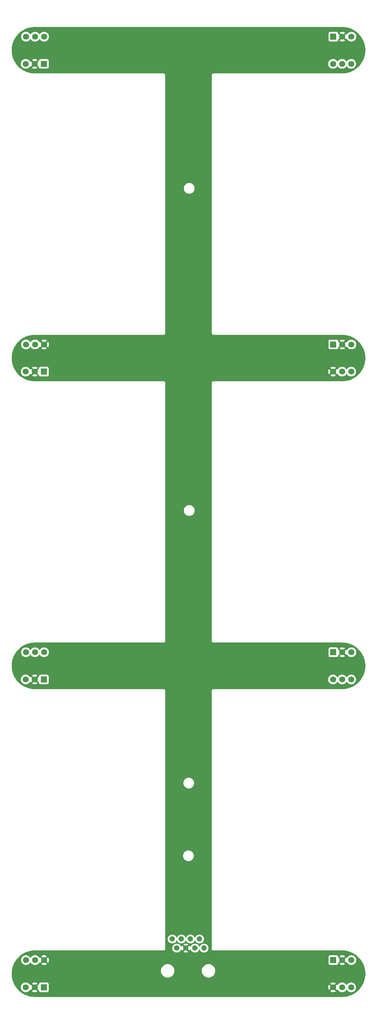
<source format=gbr>
%TF.GenerationSoftware,KiCad,Pcbnew,8.0.0*%
%TF.CreationDate,2024-05-23T14:19:23-05:00*%
%TF.ProjectId,mic_array_circuit,6d69635f-6172-4726-9179-5f6369726375,rev?*%
%TF.SameCoordinates,Original*%
%TF.FileFunction,Copper,L2,Inr*%
%TF.FilePolarity,Positive*%
%FSLAX46Y46*%
G04 Gerber Fmt 4.6, Leading zero omitted, Abs format (unit mm)*
G04 Created by KiCad (PCBNEW 8.0.0) date 2024-05-23 14:19:23*
%MOMM*%
%LPD*%
G01*
G04 APERTURE LIST*
%TA.AperFunction,ComponentPad*%
%ADD10R,1.700000X1.700000*%
%TD*%
%TA.AperFunction,ComponentPad*%
%ADD11C,1.700000*%
%TD*%
%TA.AperFunction,ComponentPad*%
%ADD12O,1.500000X1.500000*%
%TD*%
%TA.AperFunction,ComponentPad*%
%ADD13C,1.500000*%
%TD*%
G04 APERTURE END LIST*
D10*
%TO.N,gnd*%
%TO.C,REF\u002A\u002A*%
X-497500000Y-89800000D03*
D11*
%TO.N,pwr*%
X-497420000Y-82200000D03*
X-500040000Y-89800000D03*
%TO.N,ws*%
X-499960000Y-82200000D03*
%TO.N,d1*%
X-502580000Y-89800000D03*
%TO.N,clk*%
X-502500000Y-82200000D03*
%TD*%
D10*
%TO.N,gnd*%
%TO.C,REF\u002A\u002A*%
X-497500000Y-3800000D03*
D11*
X-497420000Y3800000D03*
%TO.N,pwr*%
X-500040000Y-3800000D03*
%TO.N,ws*%
X-499960000Y3800000D03*
%TO.N,d1*%
X-502580000Y-3800000D03*
%TO.N,clk*%
X-502500000Y3800000D03*
%TD*%
D10*
%TO.N,gnd*%
%TO.C,REF\u002A\u002A*%
X-497500000Y-261800000D03*
D11*
%TO.N,pwr*%
X-497420000Y-254200000D03*
X-500040000Y-261800000D03*
%TO.N,ws*%
X-499960000Y-254200000D03*
%TO.N,d3*%
X-502580000Y-261800000D03*
%TO.N,clk*%
X-502500000Y-254200000D03*
%TD*%
D10*
%TO.N,gnd*%
%TO.C,REF\u002A\u002A*%
X-416500000Y-82200000D03*
D11*
%TO.N,pwr*%
X-416580000Y-89800000D03*
X-413960000Y-82200000D03*
%TO.N,ws*%
X-414040000Y-89800000D03*
%TO.N,d2*%
X-411420000Y-82200000D03*
%TO.N,clk*%
X-411500000Y-89800000D03*
%TD*%
D10*
%TO.N,gnd*%
%TO.C,REF\u002A\u002A*%
X-416500000Y-168200000D03*
D11*
X-416580000Y-175800000D03*
%TO.N,pwr*%
X-413960000Y-168200000D03*
%TO.N,ws*%
X-414040000Y-175800000D03*
%TO.N,d4*%
X-411420000Y-168200000D03*
%TO.N,clk*%
X-411500000Y-175800000D03*
%TD*%
D10*
%TO.N,gnd*%
%TO.C,REF\u002A\u002A*%
X-416500000Y-254200000D03*
D11*
%TO.N,pwr*%
X-416580000Y-261800000D03*
X-413960000Y-254200000D03*
%TO.N,ws*%
X-414040000Y-261800000D03*
%TO.N,d4*%
X-411420000Y-254200000D03*
%TO.N,clk*%
X-411500000Y-261800000D03*
%TD*%
D10*
%TO.N,gnd*%
%TO.C,REF\u002A\u002A*%
X-416500000Y3800000D03*
D11*
X-416580000Y-3800000D03*
%TO.N,pwr*%
X-413960000Y3800000D03*
%TO.N,ws*%
X-414040000Y-3800000D03*
%TO.N,d2*%
X-411420000Y3800000D03*
%TO.N,clk*%
X-411500000Y-3800000D03*
%TD*%
D10*
%TO.N,gnd*%
%TO.C,REF\u002A\u002A*%
X-497500000Y-175800000D03*
D11*
X-497420000Y-168200000D03*
%TO.N,pwr*%
X-500040000Y-175800000D03*
%TO.N,ws*%
X-499960000Y-168200000D03*
%TO.N,d3*%
X-502580000Y-175800000D03*
%TO.N,clk*%
X-502500000Y-168200000D03*
%TD*%
D12*
%TO.N,d4*%
%TO.C,REF\u002A\u002A*%
X-452670000Y-250850000D03*
D13*
%TO.N,clk*%
X-453940000Y-248310000D03*
%TO.N,gnd*%
X-455210000Y-250850000D03*
%TO.N,d2*%
X-456480000Y-248310000D03*
%TO.N,pwr*%
X-457750000Y-250850000D03*
%TO.N,d1*%
X-459020000Y-248310000D03*
%TO.N,d3*%
X-460290000Y-250850000D03*
%TO.N,ws*%
X-461560000Y-248310000D03*
%TD*%
%TA.AperFunction,Conductor*%
%TO.N,pwr*%
G36*
X-413997626Y6499409D02*
G01*
X-413507219Y6480611D01*
X-413497748Y6479884D01*
X-413012578Y6423874D01*
X-413003190Y6422424D01*
X-412523723Y6329436D01*
X-412514474Y6327271D01*
X-412043549Y6197859D01*
X-412034493Y6194993D01*
X-411574846Y6029907D01*
X-411566036Y6026356D01*
X-411120391Y5826577D01*
X-411111878Y5822363D01*
X-410682801Y5589039D01*
X-410674636Y5584184D01*
X-410264708Y5318717D01*
X-410256938Y5313252D01*
X-409868524Y5017177D01*
X-409861198Y5011136D01*
X-409819081Y4973601D01*
X-409496588Y4686196D01*
X-409489743Y4679609D01*
X-409471787Y4660952D01*
X-409254351Y4435021D01*
X-409151070Y4327706D01*
X-409144755Y4320619D01*
X-408834009Y3943818D01*
X-408828258Y3936272D01*
X-408547279Y3536804D01*
X-408542115Y3528831D01*
X-408292533Y3109016D01*
X-408288009Y3100697D01*
X-408071284Y2662986D01*
X-408067409Y2654340D01*
X-407884830Y2201333D01*
X-407881626Y2192411D01*
X-407734268Y1726779D01*
X-407731752Y1717626D01*
X-407641651Y1332587D01*
X-407620471Y1242081D01*
X-407618664Y1232766D01*
X-407544105Y750061D01*
X-407543019Y740655D01*
X-407506136Y260243D01*
X-407505633Y253690D01*
X-407505269Y244198D01*
X-407505269Y-244198D01*
X-407505633Y-253690D01*
X-407543019Y-740655D01*
X-407544105Y-750061D01*
X-407618662Y-1232756D01*
X-407620469Y-1242071D01*
X-407731751Y-1717620D01*
X-407734268Y-1726779D01*
X-407881626Y-2192411D01*
X-407884830Y-2201333D01*
X-408056148Y-2626400D01*
X-408067407Y-2654336D01*
X-408071284Y-2662986D01*
X-408288009Y-3100697D01*
X-408292533Y-3109016D01*
X-408542115Y-3528831D01*
X-408547279Y-3536804D01*
X-408828258Y-3936272D01*
X-408834009Y-3943818D01*
X-409127750Y-4300000D01*
X-409144750Y-4320614D01*
X-409151070Y-4327706D01*
X-409489743Y-4679609D01*
X-409496588Y-4686196D01*
X-409576577Y-4757482D01*
X-409819564Y-4974032D01*
X-409861196Y-5011134D01*
X-409868524Y-5017177D01*
X-410256938Y-5313252D01*
X-410264708Y-5318717D01*
X-410674636Y-5584184D01*
X-410682801Y-5589039D01*
X-411111878Y-5822363D01*
X-411120391Y-5826577D01*
X-411566036Y-6026356D01*
X-411574846Y-6029907D01*
X-412034493Y-6194993D01*
X-412043549Y-6197859D01*
X-412514474Y-6327271D01*
X-412523723Y-6329436D01*
X-413003190Y-6422424D01*
X-413012578Y-6423874D01*
X-413497748Y-6479884D01*
X-413507219Y-6480611D01*
X-413997626Y-6499409D01*
X-414002376Y-6499500D01*
X-449934108Y-6499500D01*
X-450065892Y-6499500D01*
X-450129539Y-6516554D01*
X-450193187Y-6533608D01*
X-450250250Y-6566554D01*
X-450307314Y-6599500D01*
X-450400500Y-6692686D01*
X-450466392Y-6806814D01*
X-450500500Y-6934108D01*
X-450500500Y-78934108D01*
X-450500500Y-79065892D01*
X-450466392Y-79193186D01*
X-450400500Y-79307314D01*
X-450307314Y-79400500D01*
X-450193186Y-79466392D01*
X-450065892Y-79500500D01*
X-414065892Y-79500500D01*
X-414002376Y-79500500D01*
X-413997627Y-79500591D01*
X-413975559Y-79501436D01*
X-413507197Y-79519389D01*
X-413497771Y-79520113D01*
X-413012555Y-79576128D01*
X-413003213Y-79577571D01*
X-412523702Y-79670567D01*
X-412514496Y-79672722D01*
X-412043528Y-79802146D01*
X-412034513Y-79804999D01*
X-411574833Y-79970097D01*
X-411566049Y-79973637D01*
X-411120373Y-80173430D01*
X-411111895Y-80177627D01*
X-410682780Y-80410972D01*
X-410674656Y-80415802D01*
X-410264693Y-80681292D01*
X-410256952Y-80686736D01*
X-409868506Y-80982836D01*
X-409861213Y-80988850D01*
X-409496579Y-81313810D01*
X-409489750Y-81320382D01*
X-409151053Y-81672311D01*
X-409144766Y-81679366D01*
X-408833999Y-82056193D01*
X-408828264Y-82063717D01*
X-408732407Y-82199999D01*
X-408547279Y-82463195D01*
X-408542120Y-82471159D01*
X-408292524Y-82890998D01*
X-408288014Y-82899291D01*
X-408071280Y-83337022D01*
X-408067413Y-83345649D01*
X-407884827Y-83798674D01*
X-407881631Y-83807571D01*
X-407734264Y-84273233D01*
X-407731754Y-84282367D01*
X-407620467Y-84757933D01*
X-407618664Y-84767228D01*
X-407544104Y-85249941D01*
X-407543020Y-85259341D01*
X-407505633Y-85746309D01*
X-407505269Y-85755801D01*
X-407505269Y-86244198D01*
X-407505633Y-86253690D01*
X-407543019Y-86740655D01*
X-407544105Y-86750061D01*
X-407618662Y-87232756D01*
X-407620469Y-87242071D01*
X-407731751Y-87717620D01*
X-407734268Y-87726779D01*
X-407881626Y-88192411D01*
X-407884830Y-88201333D01*
X-408056148Y-88626400D01*
X-408067407Y-88654336D01*
X-408071284Y-88662986D01*
X-408288009Y-89100697D01*
X-408292530Y-89109012D01*
X-408321785Y-89158220D01*
X-408542115Y-89528831D01*
X-408547279Y-89536804D01*
X-408828258Y-89936272D01*
X-408834009Y-89943818D01*
X-409127750Y-90300000D01*
X-409144750Y-90320614D01*
X-409151065Y-90327701D01*
X-409295311Y-90477582D01*
X-409489743Y-90679609D01*
X-409496588Y-90686196D01*
X-409576577Y-90757482D01*
X-409819564Y-90974032D01*
X-409861196Y-91011134D01*
X-409868524Y-91017177D01*
X-410256938Y-91313252D01*
X-410264708Y-91318717D01*
X-410674636Y-91584184D01*
X-410682801Y-91589039D01*
X-411111878Y-91822363D01*
X-411120391Y-91826577D01*
X-411566036Y-92026356D01*
X-411574846Y-92029907D01*
X-412034493Y-92194993D01*
X-412043549Y-92197859D01*
X-412514474Y-92327271D01*
X-412523723Y-92329436D01*
X-413003190Y-92422424D01*
X-413012578Y-92423874D01*
X-413497748Y-92479884D01*
X-413507219Y-92480611D01*
X-413997626Y-92499409D01*
X-414002376Y-92499500D01*
X-449934108Y-92499500D01*
X-450065892Y-92499500D01*
X-450129539Y-92516554D01*
X-450193187Y-92533608D01*
X-450250250Y-92566554D01*
X-450307314Y-92599500D01*
X-450400500Y-92692686D01*
X-450466392Y-92806814D01*
X-450500500Y-92934108D01*
X-450500500Y-164934108D01*
X-450500500Y-165065892D01*
X-450466392Y-165193186D01*
X-450400500Y-165307314D01*
X-450307314Y-165400500D01*
X-450193186Y-165466392D01*
X-450065892Y-165500500D01*
X-414065892Y-165500500D01*
X-414002376Y-165500500D01*
X-413997627Y-165500591D01*
X-413975559Y-165501436D01*
X-413507197Y-165519389D01*
X-413497771Y-165520113D01*
X-413012555Y-165576128D01*
X-413003213Y-165577571D01*
X-412523702Y-165670567D01*
X-412514496Y-165672722D01*
X-412043528Y-165802146D01*
X-412034513Y-165804999D01*
X-411574833Y-165970097D01*
X-411566049Y-165973637D01*
X-411120373Y-166173430D01*
X-411111895Y-166177627D01*
X-410682780Y-166410972D01*
X-410674656Y-166415802D01*
X-410264693Y-166681292D01*
X-410256952Y-166686736D01*
X-409868506Y-166982836D01*
X-409861213Y-166988850D01*
X-409496579Y-167313810D01*
X-409489750Y-167320382D01*
X-409151053Y-167672311D01*
X-409144766Y-167679366D01*
X-408833999Y-168056193D01*
X-408828264Y-168063717D01*
X-408732407Y-168199999D01*
X-408547279Y-168463195D01*
X-408542120Y-168471159D01*
X-408292524Y-168890998D01*
X-408288014Y-168899291D01*
X-408071280Y-169337022D01*
X-408067413Y-169345649D01*
X-407884827Y-169798674D01*
X-407881631Y-169807571D01*
X-407734264Y-170273233D01*
X-407731754Y-170282367D01*
X-407620467Y-170757933D01*
X-407618664Y-170767228D01*
X-407544104Y-171249941D01*
X-407543020Y-171259341D01*
X-407505633Y-171746309D01*
X-407505269Y-171755801D01*
X-407505269Y-172244198D01*
X-407505633Y-172253690D01*
X-407543019Y-172740655D01*
X-407544105Y-172750061D01*
X-407618662Y-173232756D01*
X-407620469Y-173242071D01*
X-407731751Y-173717620D01*
X-407734268Y-173726779D01*
X-407881626Y-174192411D01*
X-407884830Y-174201333D01*
X-408056148Y-174626400D01*
X-408067407Y-174654336D01*
X-408071284Y-174662986D01*
X-408288009Y-175100697D01*
X-408292533Y-175109016D01*
X-408542115Y-175528831D01*
X-408547279Y-175536804D01*
X-408828258Y-175936272D01*
X-408834009Y-175943818D01*
X-409127750Y-176300000D01*
X-409144750Y-176320614D01*
X-409151070Y-176327706D01*
X-409489743Y-176679609D01*
X-409496588Y-176686196D01*
X-409576577Y-176757482D01*
X-409819564Y-176974032D01*
X-409861196Y-177011134D01*
X-409868524Y-177017177D01*
X-410256938Y-177313252D01*
X-410264708Y-177318717D01*
X-410674636Y-177584184D01*
X-410682801Y-177589039D01*
X-411111878Y-177822363D01*
X-411120391Y-177826577D01*
X-411566036Y-178026356D01*
X-411574846Y-178029907D01*
X-412034493Y-178194993D01*
X-412043549Y-178197859D01*
X-412514474Y-178327271D01*
X-412523723Y-178329436D01*
X-413003190Y-178422424D01*
X-413012578Y-178423874D01*
X-413497748Y-178479884D01*
X-413507219Y-178480611D01*
X-413997626Y-178499409D01*
X-414002376Y-178499500D01*
X-449934108Y-178499500D01*
X-450065892Y-178499500D01*
X-450129539Y-178516554D01*
X-450193187Y-178533608D01*
X-450250250Y-178566554D01*
X-450307314Y-178599500D01*
X-450400500Y-178692686D01*
X-450466392Y-178806814D01*
X-450500500Y-178934108D01*
X-450500500Y-251065892D01*
X-450466392Y-251193186D01*
X-450400500Y-251307314D01*
X-450307314Y-251400500D01*
X-450193186Y-251466392D01*
X-450065892Y-251500500D01*
X-449934108Y-251500500D01*
X-414065892Y-251500500D01*
X-414002376Y-251500500D01*
X-413997627Y-251500591D01*
X-413975559Y-251501436D01*
X-413507197Y-251519389D01*
X-413497771Y-251520113D01*
X-413012555Y-251576128D01*
X-413003213Y-251577571D01*
X-412523702Y-251670567D01*
X-412514496Y-251672722D01*
X-412043528Y-251802146D01*
X-412034513Y-251804999D01*
X-411574833Y-251970097D01*
X-411566049Y-251973637D01*
X-411120373Y-252173430D01*
X-411111895Y-252177627D01*
X-410682780Y-252410972D01*
X-410674656Y-252415802D01*
X-410264693Y-252681292D01*
X-410256952Y-252686736D01*
X-409868506Y-252982836D01*
X-409861213Y-252988850D01*
X-409496579Y-253313810D01*
X-409489750Y-253320382D01*
X-409151053Y-253672311D01*
X-409144766Y-253679366D01*
X-408833999Y-254056193D01*
X-408828264Y-254063717D01*
X-408732407Y-254199999D01*
X-408547279Y-254463195D01*
X-408542120Y-254471159D01*
X-408292524Y-254890998D01*
X-408288014Y-254899291D01*
X-408071280Y-255337022D01*
X-408067413Y-255345649D01*
X-407884827Y-255798674D01*
X-407881631Y-255807571D01*
X-407734264Y-256273233D01*
X-407731754Y-256282367D01*
X-407620467Y-256757933D01*
X-407618664Y-256767228D01*
X-407544104Y-257249941D01*
X-407543020Y-257259341D01*
X-407505633Y-257746309D01*
X-407505269Y-257755801D01*
X-407505269Y-258244198D01*
X-407505633Y-258253690D01*
X-407543019Y-258740655D01*
X-407544105Y-258750061D01*
X-407618662Y-259232756D01*
X-407620469Y-259242071D01*
X-407731751Y-259717620D01*
X-407734268Y-259726779D01*
X-407881626Y-260192411D01*
X-407884830Y-260201333D01*
X-408056148Y-260626400D01*
X-408067407Y-260654336D01*
X-408071284Y-260662986D01*
X-408288009Y-261100697D01*
X-408292530Y-261109012D01*
X-408321785Y-261158220D01*
X-408542115Y-261528831D01*
X-408547279Y-261536804D01*
X-408828258Y-261936272D01*
X-408834009Y-261943818D01*
X-409127750Y-262300000D01*
X-409144750Y-262320614D01*
X-409151065Y-262327701D01*
X-409295311Y-262477582D01*
X-409489743Y-262679609D01*
X-409496588Y-262686196D01*
X-409576577Y-262757482D01*
X-409819564Y-262974032D01*
X-409861196Y-263011134D01*
X-409868524Y-263017177D01*
X-410256938Y-263313252D01*
X-410264708Y-263318717D01*
X-410674636Y-263584184D01*
X-410682801Y-263589039D01*
X-411111878Y-263822363D01*
X-411120391Y-263826577D01*
X-411566036Y-264026356D01*
X-411574846Y-264029907D01*
X-412034493Y-264194993D01*
X-412043549Y-264197859D01*
X-412514474Y-264327271D01*
X-412523723Y-264329436D01*
X-413003190Y-264422424D01*
X-413012578Y-264423874D01*
X-413497748Y-264479884D01*
X-413507219Y-264480611D01*
X-413997626Y-264499409D01*
X-414002376Y-264499500D01*
X-499997624Y-264499500D01*
X-500002374Y-264499409D01*
X-500492780Y-264480611D01*
X-500502251Y-264479884D01*
X-500987421Y-264423874D01*
X-500996809Y-264422424D01*
X-501476276Y-264329436D01*
X-501485525Y-264327271D01*
X-501956450Y-264197859D01*
X-501965506Y-264194993D01*
X-502425153Y-264029907D01*
X-502433963Y-264026356D01*
X-502879608Y-263826577D01*
X-502888121Y-263822363D01*
X-503317198Y-263589039D01*
X-503325363Y-263584184D01*
X-503735291Y-263318717D01*
X-503743061Y-263313252D01*
X-504131475Y-263017177D01*
X-504138803Y-263011134D01*
X-504503411Y-262686196D01*
X-504510256Y-262679609D01*
X-504848929Y-262327706D01*
X-504855249Y-262320614D01*
X-505165983Y-261943827D01*
X-505171741Y-261936272D01*
X-505267592Y-261800000D01*
X-503935659Y-261800000D01*
X-503915063Y-262035408D01*
X-503853903Y-262263663D01*
X-503754035Y-262477830D01*
X-503618495Y-262671401D01*
X-503451401Y-262838495D01*
X-503257830Y-262974035D01*
X-503043663Y-263073903D01*
X-502815408Y-263135063D01*
X-502638966Y-263150500D01*
X-502580001Y-263155659D01*
X-502580000Y-263155659D01*
X-502579999Y-263155659D01*
X-502521034Y-263150500D01*
X-502344592Y-263135063D01*
X-502116337Y-263073903D01*
X-501902170Y-262974035D01*
X-501902167Y-262974033D01*
X-501902165Y-262974032D01*
X-501805384Y-262906265D01*
X-501708599Y-262838495D01*
X-501541505Y-262671401D01*
X-501411269Y-262485405D01*
X-501356692Y-262441781D01*
X-501287193Y-262434588D01*
X-501224839Y-262466110D01*
X-501208119Y-262485405D01*
X-501154925Y-262561373D01*
X-500522962Y-261929410D01*
X-500505925Y-261992993D01*
X-500440099Y-262107007D01*
X-500347007Y-262200099D01*
X-500232993Y-262265925D01*
X-500169409Y-262282962D01*
X-500801373Y-262914925D01*
X-500801373Y-262914926D01*
X-500717582Y-262973598D01*
X-500717578Y-262973600D01*
X-500503492Y-263073429D01*
X-500503483Y-263073433D01*
X-500275326Y-263134567D01*
X-500275315Y-263134569D01*
X-500040002Y-263155157D01*
X-500039998Y-263155157D01*
X-499804684Y-263134569D01*
X-499804673Y-263134567D01*
X-499576516Y-263073433D01*
X-499576507Y-263073429D01*
X-499362421Y-262973599D01*
X-499278625Y-262914925D01*
X-499910590Y-262282962D01*
X-499847007Y-262265925D01*
X-499732993Y-262200099D01*
X-499639901Y-262107007D01*
X-499574075Y-261992993D01*
X-499557037Y-261929409D01*
X-498886818Y-262599629D01*
X-498853333Y-262660952D01*
X-498850499Y-262687309D01*
X-498850499Y-262697872D01*
X-498844091Y-262757483D01*
X-498793796Y-262892331D01*
X-498707546Y-263007546D01*
X-498592331Y-263093796D01*
X-498457483Y-263144091D01*
X-498397873Y-263150500D01*
X-496602128Y-263150499D01*
X-496553757Y-263145299D01*
X-496542516Y-263144091D01*
X-496407671Y-263093797D01*
X-496407664Y-263093793D01*
X-496292455Y-263007547D01*
X-496292452Y-263007544D01*
X-496206206Y-262892335D01*
X-496206202Y-262892328D01*
X-496155908Y-262757482D01*
X-496149501Y-262697883D01*
X-496149500Y-262697881D01*
X-496149500Y-262697873D01*
X-496149500Y-261800001D01*
X-417935157Y-261800001D01*
X-417914569Y-262035315D01*
X-417914567Y-262035326D01*
X-417853433Y-262263483D01*
X-417853429Y-262263492D01*
X-417753600Y-262477578D01*
X-417753598Y-262477582D01*
X-417694926Y-262561373D01*
X-417694925Y-262561373D01*
X-417062962Y-261929409D01*
X-417045925Y-261992993D01*
X-416980099Y-262107007D01*
X-416887007Y-262200099D01*
X-416772993Y-262265925D01*
X-416709409Y-262282962D01*
X-417341373Y-262914925D01*
X-417341373Y-262914926D01*
X-417257582Y-262973598D01*
X-417257578Y-262973600D01*
X-417043492Y-263073429D01*
X-417043483Y-263073433D01*
X-416815326Y-263134567D01*
X-416815315Y-263134569D01*
X-416580002Y-263155157D01*
X-416579998Y-263155157D01*
X-416344684Y-263134569D01*
X-416344673Y-263134567D01*
X-416116516Y-263073433D01*
X-416116507Y-263073429D01*
X-415902421Y-262973599D01*
X-415818625Y-262914925D01*
X-416450590Y-262282962D01*
X-416387007Y-262265925D01*
X-416272993Y-262200099D01*
X-416179901Y-262107007D01*
X-416114075Y-261992993D01*
X-416097037Y-261929409D01*
X-415465073Y-262561373D01*
X-415465072Y-262561373D01*
X-415411880Y-262485405D01*
X-415357304Y-262441780D01*
X-415287805Y-262434586D01*
X-415225451Y-262466108D01*
X-415208734Y-262485399D01*
X-415078495Y-262671401D01*
X-414911401Y-262838495D01*
X-414717830Y-262974035D01*
X-414503663Y-263073903D01*
X-414275408Y-263135063D01*
X-414098966Y-263150500D01*
X-414040001Y-263155659D01*
X-414040000Y-263155659D01*
X-414039999Y-263155659D01*
X-413981034Y-263150500D01*
X-413804592Y-263135063D01*
X-413576337Y-263073903D01*
X-413362170Y-262974035D01*
X-413362167Y-262974033D01*
X-413362165Y-262974032D01*
X-413265384Y-262906265D01*
X-413168599Y-262838495D01*
X-413001505Y-262671401D01*
X-413001500Y-262671395D01*
X-412871575Y-262485842D01*
X-412816998Y-262442217D01*
X-412747500Y-262435023D01*
X-412685145Y-262466546D01*
X-412668424Y-262485842D01*
X-412538495Y-262671401D01*
X-412371401Y-262838495D01*
X-412177830Y-262974035D01*
X-411963663Y-263073903D01*
X-411735408Y-263135063D01*
X-411558966Y-263150500D01*
X-411500001Y-263155659D01*
X-411500000Y-263155659D01*
X-411499999Y-263155659D01*
X-411441034Y-263150500D01*
X-411264592Y-263135063D01*
X-411036337Y-263073903D01*
X-410822170Y-262974035D01*
X-410822167Y-262974033D01*
X-410822165Y-262974032D01*
X-410725384Y-262906265D01*
X-410628599Y-262838495D01*
X-410461505Y-262671401D01*
X-410434281Y-262632521D01*
X-410325967Y-262477834D01*
X-410325965Y-262477830D01*
X-410255961Y-262327706D01*
X-410226097Y-262263663D01*
X-410226096Y-262263659D01*
X-410226094Y-262263655D01*
X-410164938Y-262035413D01*
X-410164936Y-262035403D01*
X-410144341Y-261800000D01*
X-410144341Y-261799999D01*
X-410164936Y-261564596D01*
X-410164938Y-261564586D01*
X-410226094Y-261336344D01*
X-410226098Y-261336335D01*
X-410325964Y-261122171D01*
X-410325965Y-261122169D01*
X-410461505Y-260928597D01*
X-410628597Y-260761506D01*
X-410628604Y-260761501D01*
X-410822165Y-260625967D01*
X-410822169Y-260625965D01*
X-411036335Y-260526098D01*
X-411036344Y-260526094D01*
X-411264586Y-260464938D01*
X-411264596Y-260464936D01*
X-411499999Y-260444341D01*
X-411500001Y-260444341D01*
X-411735403Y-260464936D01*
X-411735413Y-260464938D01*
X-411963655Y-260526094D01*
X-411963659Y-260526096D01*
X-411963663Y-260526097D01*
X-412070746Y-260576031D01*
X-412177828Y-260625964D01*
X-412177830Y-260625965D01*
X-412371402Y-260761505D01*
X-412538494Y-260928597D01*
X-412668425Y-261114158D01*
X-412723002Y-261157783D01*
X-412792500Y-261164977D01*
X-412854855Y-261133454D01*
X-412871575Y-261114158D01*
X-413001505Y-260928597D01*
X-413168597Y-260761506D01*
X-413168604Y-260761501D01*
X-413362165Y-260625967D01*
X-413362169Y-260625965D01*
X-413576335Y-260526098D01*
X-413576344Y-260526094D01*
X-413804586Y-260464938D01*
X-413804596Y-260464936D01*
X-414039999Y-260444341D01*
X-414040001Y-260444341D01*
X-414275403Y-260464936D01*
X-414275413Y-260464938D01*
X-414503655Y-260526094D01*
X-414503659Y-260526096D01*
X-414503663Y-260526097D01*
X-414610746Y-260576031D01*
X-414717828Y-260625964D01*
X-414717830Y-260625965D01*
X-414911402Y-260761505D01*
X-415078494Y-260928597D01*
X-415208730Y-261114594D01*
X-415263307Y-261158219D01*
X-415332805Y-261165413D01*
X-415395160Y-261133890D01*
X-415411881Y-261114594D01*
X-415465073Y-261038626D01*
X-416097037Y-261670589D01*
X-416114075Y-261607007D01*
X-416179901Y-261492993D01*
X-416272993Y-261399901D01*
X-416387007Y-261334075D01*
X-416450590Y-261317037D01*
X-415818625Y-260685073D01*
X-415818626Y-260685072D01*
X-415902417Y-260626402D01*
X-416116507Y-260526570D01*
X-416116516Y-260526566D01*
X-416344673Y-260465432D01*
X-416344684Y-260465430D01*
X-416579998Y-260444843D01*
X-416580002Y-260444843D01*
X-416815315Y-260465430D01*
X-416815326Y-260465432D01*
X-417043483Y-260526566D01*
X-417043492Y-260526570D01*
X-417257576Y-260626399D01*
X-417257578Y-260626400D01*
X-417341372Y-260685073D01*
X-417341373Y-260685074D01*
X-416709410Y-261317037D01*
X-416772993Y-261334075D01*
X-416887007Y-261399901D01*
X-416980099Y-261492993D01*
X-417045925Y-261607007D01*
X-417062962Y-261670589D01*
X-417694925Y-261038625D01*
X-417694925Y-261038626D01*
X-417753599Y-261122421D01*
X-417753600Y-261122423D01*
X-417853429Y-261336507D01*
X-417853433Y-261336516D01*
X-417914567Y-261564673D01*
X-417914569Y-261564684D01*
X-417935157Y-261799998D01*
X-417935157Y-261800001D01*
X-496149500Y-261800001D01*
X-496149500Y-260902129D01*
X-496149501Y-260902123D01*
X-496155908Y-260842516D01*
X-496206202Y-260707671D01*
X-496206206Y-260707664D01*
X-496292452Y-260592455D01*
X-496292455Y-260592452D01*
X-496407664Y-260506206D01*
X-496407671Y-260506202D01*
X-496542517Y-260455908D01*
X-496542516Y-260455908D01*
X-496602116Y-260449501D01*
X-496602119Y-260449500D01*
X-496602127Y-260449500D01*
X-496602134Y-260449500D01*
X-496602135Y-260449500D01*
X-498397870Y-260449500D01*
X-498397876Y-260449501D01*
X-498457483Y-260455908D01*
X-498592328Y-260506202D01*
X-498592335Y-260506206D01*
X-498707544Y-260592452D01*
X-498707547Y-260592455D01*
X-498793793Y-260707664D01*
X-498793795Y-260707668D01*
X-498793796Y-260707669D01*
X-498844091Y-260842517D01*
X-498850500Y-260902127D01*
X-498850499Y-260912684D01*
X-498870179Y-260979722D01*
X-498886818Y-261000371D01*
X-499557037Y-261670589D01*
X-499574075Y-261607007D01*
X-499639901Y-261492993D01*
X-499732993Y-261399901D01*
X-499847007Y-261334075D01*
X-499910590Y-261317037D01*
X-499278625Y-260685073D01*
X-499278626Y-260685072D01*
X-499362417Y-260626402D01*
X-499576507Y-260526570D01*
X-499576516Y-260526566D01*
X-499804673Y-260465432D01*
X-499804684Y-260465430D01*
X-500039998Y-260444843D01*
X-500040002Y-260444843D01*
X-500275315Y-260465430D01*
X-500275326Y-260465432D01*
X-500503483Y-260526566D01*
X-500503492Y-260526570D01*
X-500717576Y-260626399D01*
X-500717578Y-260626400D01*
X-500801372Y-260685073D01*
X-500801373Y-260685074D01*
X-500169410Y-261317037D01*
X-500232993Y-261334075D01*
X-500347007Y-261399901D01*
X-500440099Y-261492993D01*
X-500505925Y-261607007D01*
X-500522962Y-261670589D01*
X-501154925Y-261038625D01*
X-501154925Y-261038626D01*
X-501208119Y-261114595D01*
X-501262695Y-261158220D01*
X-501332194Y-261165414D01*
X-501394548Y-261133892D01*
X-501411269Y-261114595D01*
X-501541505Y-260928597D01*
X-501708597Y-260761506D01*
X-501708604Y-260761501D01*
X-501902165Y-260625967D01*
X-501902169Y-260625965D01*
X-502116335Y-260526098D01*
X-502116344Y-260526094D01*
X-502344586Y-260464938D01*
X-502344596Y-260464936D01*
X-502579999Y-260444341D01*
X-502580001Y-260444341D01*
X-502815403Y-260464936D01*
X-502815413Y-260464938D01*
X-503043655Y-260526094D01*
X-503043659Y-260526096D01*
X-503043663Y-260526097D01*
X-503150746Y-260576031D01*
X-503257828Y-260625964D01*
X-503257830Y-260625965D01*
X-503451402Y-260761505D01*
X-503618494Y-260928597D01*
X-503748730Y-261114595D01*
X-503754035Y-261122171D01*
X-503853903Y-261336337D01*
X-503915063Y-261564592D01*
X-503935659Y-261800000D01*
X-505267592Y-261800000D01*
X-505452720Y-261536804D01*
X-505457884Y-261528831D01*
X-505707466Y-261109016D01*
X-505712004Y-261100671D01*
X-505761666Y-261000371D01*
X-505879938Y-260761501D01*
X-505928707Y-260663003D01*
X-505932592Y-260654336D01*
X-506115162Y-260201352D01*
X-506118373Y-260192411D01*
X-506265731Y-259726779D01*
X-506268248Y-259717620D01*
X-506379528Y-259242081D01*
X-506381337Y-259232756D01*
X-506455892Y-258750076D01*
X-506456981Y-258740639D01*
X-506494367Y-258253690D01*
X-506494731Y-258244198D01*
X-506494731Y-257755801D01*
X-506494367Y-257746309D01*
X-506493277Y-257732119D01*
X-506461862Y-257322934D01*
X-506461861Y-257322927D01*
X-464705500Y-257322927D01*
X-464673409Y-257566677D01*
X-464609778Y-257804153D01*
X-464515694Y-258031292D01*
X-464392767Y-258244208D01*
X-464243101Y-258439256D01*
X-464069256Y-258613101D01*
X-463874208Y-258762767D01*
X-463661292Y-258885694D01*
X-463434153Y-258979778D01*
X-463196677Y-259043409D01*
X-462952927Y-259075500D01*
X-462952920Y-259075500D01*
X-462707080Y-259075500D01*
X-462707073Y-259075500D01*
X-462463323Y-259043409D01*
X-462225847Y-258979778D01*
X-461998708Y-258885694D01*
X-461785792Y-258762767D01*
X-461590744Y-258613101D01*
X-461590738Y-258613096D01*
X-461416903Y-258439261D01*
X-461416897Y-258439254D01*
X-461267236Y-258244212D01*
X-461267235Y-258244211D01*
X-461267233Y-258244208D01*
X-461144306Y-258031292D01*
X-461144303Y-258031285D01*
X-461050225Y-257804162D01*
X-461050222Y-257804152D01*
X-460986591Y-257566677D01*
X-460981227Y-257525939D01*
X-460954500Y-257322934D01*
X-460954500Y-257322927D01*
X-453275500Y-257322927D01*
X-453243409Y-257566677D01*
X-453179778Y-257804153D01*
X-453085694Y-258031292D01*
X-452962767Y-258244208D01*
X-452813101Y-258439256D01*
X-452639256Y-258613101D01*
X-452444208Y-258762767D01*
X-452231292Y-258885694D01*
X-452004153Y-258979778D01*
X-451766677Y-259043409D01*
X-451522927Y-259075500D01*
X-451522920Y-259075500D01*
X-451277080Y-259075500D01*
X-451277073Y-259075500D01*
X-451033323Y-259043409D01*
X-450795847Y-258979778D01*
X-450568708Y-258885694D01*
X-450355792Y-258762767D01*
X-450160744Y-258613101D01*
X-450160738Y-258613096D01*
X-449986903Y-258439261D01*
X-449986897Y-258439254D01*
X-449837236Y-258244212D01*
X-449837235Y-258244211D01*
X-449837233Y-258244208D01*
X-449714306Y-258031292D01*
X-449714303Y-258031285D01*
X-449620225Y-257804162D01*
X-449620222Y-257804152D01*
X-449556591Y-257566677D01*
X-449551227Y-257525939D01*
X-449524500Y-257322934D01*
X-449524500Y-257077065D01*
X-449556590Y-256833331D01*
X-449556592Y-256833320D01*
X-449620222Y-256595847D01*
X-449620225Y-256595837D01*
X-449714303Y-256368714D01*
X-449714307Y-256368705D01*
X-449837236Y-256155787D01*
X-449986897Y-255960745D01*
X-449986903Y-255960738D01*
X-450160738Y-255786903D01*
X-450160745Y-255786897D01*
X-450355787Y-255637236D01*
X-450568705Y-255514307D01*
X-450568714Y-255514303D01*
X-450795837Y-255420225D01*
X-450795847Y-255420222D01*
X-450968221Y-255374035D01*
X-451033323Y-255356591D01*
X-451045059Y-255355045D01*
X-451277065Y-255324500D01*
X-451277073Y-255324500D01*
X-451522927Y-255324500D01*
X-451522934Y-255324500D01*
X-451725939Y-255351227D01*
X-451766677Y-255356591D01*
X-452004153Y-255420222D01*
X-452004155Y-255420223D01*
X-452004162Y-255420225D01*
X-452181779Y-255493797D01*
X-452231292Y-255514306D01*
X-452444208Y-255637233D01*
X-452444211Y-255637235D01*
X-452444212Y-255637236D01*
X-452639254Y-255786897D01*
X-452639261Y-255786903D01*
X-452813096Y-255960738D01*
X-452813101Y-255960744D01*
X-452962767Y-256155792D01*
X-453085694Y-256368708D01*
X-453179778Y-256595847D01*
X-453243409Y-256833323D01*
X-453275500Y-257077073D01*
X-453275500Y-257322927D01*
X-460954500Y-257322927D01*
X-460954500Y-257077065D01*
X-460986590Y-256833331D01*
X-460986592Y-256833320D01*
X-461050222Y-256595847D01*
X-461050225Y-256595837D01*
X-461144303Y-256368714D01*
X-461144307Y-256368705D01*
X-461267236Y-256155787D01*
X-461416897Y-255960745D01*
X-461416903Y-255960738D01*
X-461590738Y-255786903D01*
X-461590745Y-255786897D01*
X-461785787Y-255637236D01*
X-461998705Y-255514307D01*
X-461998714Y-255514303D01*
X-462225837Y-255420225D01*
X-462225847Y-255420222D01*
X-462398221Y-255374035D01*
X-462463323Y-255356591D01*
X-462475059Y-255355045D01*
X-462707065Y-255324500D01*
X-462707073Y-255324500D01*
X-462952927Y-255324500D01*
X-462952934Y-255324500D01*
X-463155939Y-255351227D01*
X-463196677Y-255356591D01*
X-463434153Y-255420222D01*
X-463434155Y-255420223D01*
X-463434162Y-255420225D01*
X-463611779Y-255493797D01*
X-463661292Y-255514306D01*
X-463874208Y-255637233D01*
X-463874211Y-255637235D01*
X-463874212Y-255637236D01*
X-464069254Y-255786897D01*
X-464069261Y-255786903D01*
X-464243096Y-255960738D01*
X-464243101Y-255960744D01*
X-464392767Y-256155792D01*
X-464515694Y-256368708D01*
X-464609778Y-256595847D01*
X-464673409Y-256833323D01*
X-464705500Y-257077073D01*
X-464705500Y-257322927D01*
X-506461861Y-257322927D01*
X-506456981Y-257259360D01*
X-506455892Y-257249923D01*
X-506381337Y-256767243D01*
X-506379528Y-256757918D01*
X-506268248Y-256282379D01*
X-506265731Y-256273220D01*
X-506118373Y-255807588D01*
X-506115162Y-255798647D01*
X-505932592Y-255345663D01*
X-505928707Y-255336996D01*
X-505906590Y-255292328D01*
X-505711995Y-254899312D01*
X-505707466Y-254890983D01*
X-505457884Y-254471168D01*
X-505452720Y-254463195D01*
X-505267593Y-254200000D01*
X-503855659Y-254200000D01*
X-503835063Y-254435408D01*
X-503773903Y-254663663D01*
X-503674035Y-254877830D01*
X-503538495Y-255071401D01*
X-503371401Y-255238495D01*
X-503177830Y-255374035D01*
X-502963663Y-255473903D01*
X-502735408Y-255535063D01*
X-502558966Y-255550500D01*
X-502500001Y-255555659D01*
X-502500000Y-255555659D01*
X-502499999Y-255555659D01*
X-502441034Y-255550500D01*
X-502264592Y-255535063D01*
X-502036337Y-255473903D01*
X-501822170Y-255374035D01*
X-501822167Y-255374033D01*
X-501822165Y-255374032D01*
X-501725384Y-255306265D01*
X-501628599Y-255238495D01*
X-501461505Y-255071401D01*
X-501461500Y-255071395D01*
X-501331575Y-254885842D01*
X-501276998Y-254842217D01*
X-501207500Y-254835023D01*
X-501145145Y-254866546D01*
X-501128424Y-254885842D01*
X-500998495Y-255071401D01*
X-500831401Y-255238495D01*
X-500637830Y-255374035D01*
X-500423663Y-255473903D01*
X-500195408Y-255535063D01*
X-500018966Y-255550500D01*
X-499960001Y-255555659D01*
X-499960000Y-255555659D01*
X-499959999Y-255555659D01*
X-499901034Y-255550500D01*
X-499724592Y-255535063D01*
X-499496337Y-255473903D01*
X-499282170Y-255374035D01*
X-499282167Y-255374033D01*
X-499282165Y-255374032D01*
X-499185384Y-255306265D01*
X-499088599Y-255238495D01*
X-498921505Y-255071401D01*
X-498791269Y-254885405D01*
X-498736692Y-254841781D01*
X-498667193Y-254834588D01*
X-498604839Y-254866110D01*
X-498588119Y-254885405D01*
X-498534925Y-254961373D01*
X-497902962Y-254329409D01*
X-497885925Y-254392993D01*
X-497820099Y-254507007D01*
X-497727007Y-254600099D01*
X-497612993Y-254665925D01*
X-497549409Y-254682962D01*
X-498181373Y-255314925D01*
X-498181373Y-255314926D01*
X-498097582Y-255373598D01*
X-498097578Y-255373600D01*
X-497883492Y-255473429D01*
X-497883483Y-255473433D01*
X-497655326Y-255534567D01*
X-497655315Y-255534569D01*
X-497420002Y-255555157D01*
X-497419998Y-255555157D01*
X-497184684Y-255534569D01*
X-497184673Y-255534567D01*
X-496956516Y-255473433D01*
X-496956507Y-255473429D01*
X-496742421Y-255373599D01*
X-496658625Y-255314925D01*
X-497290590Y-254682962D01*
X-497227007Y-254665925D01*
X-497112993Y-254600099D01*
X-497019901Y-254507007D01*
X-496954075Y-254392993D01*
X-496937037Y-254329409D01*
X-496305073Y-254961373D01*
X-496305072Y-254961373D01*
X-496246402Y-254877583D01*
X-496246400Y-254877579D01*
X-496146570Y-254663492D01*
X-496146566Y-254663483D01*
X-496085432Y-254435326D01*
X-496085430Y-254435315D01*
X-496064843Y-254200001D01*
X-496064843Y-254199998D01*
X-496085430Y-253964684D01*
X-496085432Y-253964673D01*
X-496146566Y-253736516D01*
X-496146570Y-253736507D01*
X-496246401Y-253522419D01*
X-496305072Y-253438625D01*
X-496937037Y-254070590D01*
X-496954075Y-254007007D01*
X-497019901Y-253892993D01*
X-497112993Y-253799901D01*
X-497227007Y-253734075D01*
X-497290590Y-253717037D01*
X-496875679Y-253302127D01*
X-417850500Y-253302127D01*
X-417850499Y-255097872D01*
X-417844091Y-255157483D01*
X-417793796Y-255292331D01*
X-417707546Y-255407546D01*
X-417592331Y-255493796D01*
X-417457483Y-255544091D01*
X-417397873Y-255550500D01*
X-415602128Y-255550499D01*
X-415553757Y-255545299D01*
X-415542516Y-255544091D01*
X-415407671Y-255493797D01*
X-415407664Y-255493793D01*
X-415292455Y-255407547D01*
X-415292452Y-255407544D01*
X-415206206Y-255292335D01*
X-415206202Y-255292328D01*
X-415155908Y-255157482D01*
X-415149501Y-255097883D01*
X-415149500Y-255097881D01*
X-415149500Y-255097873D01*
X-415149500Y-255087310D01*
X-415129815Y-255020271D01*
X-415113181Y-254999629D01*
X-414442962Y-254329410D01*
X-414425925Y-254392993D01*
X-414360099Y-254507007D01*
X-414267007Y-254600099D01*
X-414152993Y-254665925D01*
X-414089409Y-254682962D01*
X-414721373Y-255314925D01*
X-414721373Y-255314926D01*
X-414637582Y-255373598D01*
X-414637578Y-255373600D01*
X-414423492Y-255473429D01*
X-414423483Y-255473433D01*
X-414195326Y-255534567D01*
X-414195315Y-255534569D01*
X-413960002Y-255555157D01*
X-413959998Y-255555157D01*
X-413724684Y-255534569D01*
X-413724673Y-255534567D01*
X-413496516Y-255473433D01*
X-413496507Y-255473429D01*
X-413282421Y-255373599D01*
X-413198625Y-255314925D01*
X-413830590Y-254682962D01*
X-413767007Y-254665925D01*
X-413652993Y-254600099D01*
X-413559901Y-254507007D01*
X-413494075Y-254392993D01*
X-413477037Y-254329409D01*
X-412845073Y-254961373D01*
X-412845072Y-254961373D01*
X-412791880Y-254885405D01*
X-412737304Y-254841780D01*
X-412667805Y-254834586D01*
X-412605451Y-254866108D01*
X-412588734Y-254885399D01*
X-412458495Y-255071401D01*
X-412291401Y-255238495D01*
X-412097830Y-255374035D01*
X-411883663Y-255473903D01*
X-411655408Y-255535063D01*
X-411478966Y-255550500D01*
X-411420001Y-255555659D01*
X-411420000Y-255555659D01*
X-411419999Y-255555659D01*
X-411361034Y-255550500D01*
X-411184592Y-255535063D01*
X-410956337Y-255473903D01*
X-410742170Y-255374035D01*
X-410742167Y-255374033D01*
X-410742165Y-255374032D01*
X-410645384Y-255306265D01*
X-410548599Y-255238495D01*
X-410381505Y-255071401D01*
X-410345703Y-255020271D01*
X-410245967Y-254877834D01*
X-410245965Y-254877830D01*
X-410225800Y-254834586D01*
X-410146097Y-254663663D01*
X-410146096Y-254663659D01*
X-410146094Y-254663655D01*
X-410084938Y-254435413D01*
X-410084936Y-254435403D01*
X-410064341Y-254200000D01*
X-410064341Y-254199999D01*
X-410084936Y-253964596D01*
X-410084938Y-253964586D01*
X-410146094Y-253736344D01*
X-410146098Y-253736335D01*
X-410245964Y-253522171D01*
X-410245965Y-253522169D01*
X-410381505Y-253328597D01*
X-410548597Y-253161506D01*
X-410548604Y-253161501D01*
X-410742165Y-253025967D01*
X-410742169Y-253025965D01*
X-410956335Y-252926098D01*
X-410956344Y-252926094D01*
X-411184586Y-252864938D01*
X-411184596Y-252864936D01*
X-411419999Y-252844341D01*
X-411420001Y-252844341D01*
X-411655403Y-252864936D01*
X-411655413Y-252864938D01*
X-411883655Y-252926094D01*
X-411883659Y-252926096D01*
X-411883663Y-252926097D01*
X-411990746Y-252976031D01*
X-412097828Y-253025964D01*
X-412097830Y-253025965D01*
X-412291402Y-253161505D01*
X-412458494Y-253328597D01*
X-412588730Y-253514594D01*
X-412643307Y-253558219D01*
X-412712805Y-253565413D01*
X-412775160Y-253533890D01*
X-412791881Y-253514594D01*
X-412845073Y-253438626D01*
X-413477037Y-254070589D01*
X-413494075Y-254007007D01*
X-413559901Y-253892993D01*
X-413652993Y-253799901D01*
X-413767007Y-253734075D01*
X-413830590Y-253717037D01*
X-413198625Y-253085073D01*
X-413198626Y-253085072D01*
X-413282417Y-253026402D01*
X-413496507Y-252926570D01*
X-413496516Y-252926566D01*
X-413724673Y-252865432D01*
X-413724684Y-252865430D01*
X-413959998Y-252844843D01*
X-413960002Y-252844843D01*
X-414195315Y-252865430D01*
X-414195326Y-252865432D01*
X-414423483Y-252926566D01*
X-414423492Y-252926570D01*
X-414637576Y-253026399D01*
X-414637578Y-253026400D01*
X-414721372Y-253085073D01*
X-414721373Y-253085074D01*
X-414089410Y-253717037D01*
X-414152993Y-253734075D01*
X-414267007Y-253799901D01*
X-414360099Y-253892993D01*
X-414425925Y-254007007D01*
X-414442962Y-254070589D01*
X-415113181Y-253400369D01*
X-415146666Y-253339046D01*
X-415149500Y-253312697D01*
X-415149500Y-253302134D01*
X-415149501Y-253302123D01*
X-415155908Y-253242516D01*
X-415206202Y-253107671D01*
X-415206206Y-253107664D01*
X-415292452Y-252992455D01*
X-415292455Y-252992452D01*
X-415407664Y-252906206D01*
X-415407671Y-252906202D01*
X-415542517Y-252855908D01*
X-415542516Y-252855908D01*
X-415602116Y-252849501D01*
X-415602119Y-252849500D01*
X-415602127Y-252849500D01*
X-415602134Y-252849500D01*
X-415602135Y-252849500D01*
X-417397870Y-252849500D01*
X-417397876Y-252849501D01*
X-417457483Y-252855908D01*
X-417592328Y-252906202D01*
X-417592335Y-252906206D01*
X-417707544Y-252992452D01*
X-417707547Y-252992455D01*
X-417793793Y-253107664D01*
X-417793795Y-253107668D01*
X-417793796Y-253107669D01*
X-417844091Y-253242517D01*
X-417850500Y-253302127D01*
X-496875679Y-253302127D01*
X-496658625Y-253085073D01*
X-496658626Y-253085072D01*
X-496742417Y-253026402D01*
X-496956507Y-252926570D01*
X-496956516Y-252926566D01*
X-497184673Y-252865432D01*
X-497184684Y-252865430D01*
X-497419998Y-252844843D01*
X-497420002Y-252844843D01*
X-497655315Y-252865430D01*
X-497655326Y-252865432D01*
X-497883483Y-252926566D01*
X-497883492Y-252926570D01*
X-498097576Y-253026399D01*
X-498097578Y-253026400D01*
X-498181372Y-253085073D01*
X-498181373Y-253085074D01*
X-497549410Y-253717037D01*
X-497612993Y-253734075D01*
X-497727007Y-253799901D01*
X-497820099Y-253892993D01*
X-497885925Y-254007007D01*
X-497902962Y-254070589D01*
X-498534925Y-253438625D01*
X-498534925Y-253438626D01*
X-498588119Y-253514595D01*
X-498642695Y-253558220D01*
X-498712194Y-253565414D01*
X-498774548Y-253533892D01*
X-498791269Y-253514595D01*
X-498921505Y-253328597D01*
X-499088597Y-253161506D01*
X-499088604Y-253161501D01*
X-499282165Y-253025967D01*
X-499282169Y-253025965D01*
X-499496335Y-252926098D01*
X-499496344Y-252926094D01*
X-499724586Y-252864938D01*
X-499724596Y-252864936D01*
X-499959999Y-252844341D01*
X-499960001Y-252844341D01*
X-500195403Y-252864936D01*
X-500195413Y-252864938D01*
X-500423655Y-252926094D01*
X-500423659Y-252926096D01*
X-500423663Y-252926097D01*
X-500530746Y-252976031D01*
X-500637828Y-253025964D01*
X-500637830Y-253025965D01*
X-500831402Y-253161505D01*
X-500998494Y-253328597D01*
X-501128425Y-253514158D01*
X-501183002Y-253557783D01*
X-501252500Y-253564977D01*
X-501314855Y-253533454D01*
X-501331575Y-253514158D01*
X-501461505Y-253328597D01*
X-501628597Y-253161506D01*
X-501628604Y-253161501D01*
X-501822165Y-253025967D01*
X-501822169Y-253025965D01*
X-502036335Y-252926098D01*
X-502036344Y-252926094D01*
X-502264586Y-252864938D01*
X-502264596Y-252864936D01*
X-502499999Y-252844341D01*
X-502500001Y-252844341D01*
X-502735403Y-252864936D01*
X-502735413Y-252864938D01*
X-502963655Y-252926094D01*
X-502963659Y-252926096D01*
X-502963663Y-252926097D01*
X-503070746Y-252976031D01*
X-503177828Y-253025964D01*
X-503177830Y-253025965D01*
X-503371402Y-253161505D01*
X-503538494Y-253328597D01*
X-503668730Y-253514595D01*
X-503674035Y-253522171D01*
X-503773903Y-253736337D01*
X-503835063Y-253964592D01*
X-503855659Y-254200000D01*
X-505267593Y-254200000D01*
X-505171741Y-254063727D01*
X-505165983Y-254056172D01*
X-505090457Y-253964592D01*
X-504855246Y-253679382D01*
X-504848929Y-253672293D01*
X-504510256Y-253320390D01*
X-504503411Y-253313803D01*
X-504272111Y-253107669D01*
X-504138798Y-252988861D01*
X-504131475Y-252982822D01*
X-504057058Y-252926097D01*
X-503743059Y-252686746D01*
X-503735291Y-252681282D01*
X-503325354Y-252415810D01*
X-503317208Y-252410966D01*
X-502888114Y-252177632D01*
X-502879616Y-252173425D01*
X-502433959Y-251973641D01*
X-502425157Y-251970093D01*
X-501965494Y-251805002D01*
X-501956463Y-251802144D01*
X-501485509Y-251672724D01*
X-501476291Y-251670566D01*
X-500996790Y-251577572D01*
X-500987440Y-251576128D01*
X-500502230Y-251520113D01*
X-500492800Y-251519389D01*
X-500025432Y-251501474D01*
X-500002373Y-251500591D01*
X-499997624Y-251500500D01*
X-463934110Y-251500500D01*
X-463934108Y-251500500D01*
X-463806814Y-251466392D01*
X-463692686Y-251400500D01*
X-463599500Y-251307314D01*
X-463566554Y-251250250D01*
X-463533608Y-251193187D01*
X-463500058Y-251067975D01*
X-463499500Y-251065892D01*
X-463499500Y-250850000D01*
X-461545277Y-250850000D01*
X-461526207Y-251067977D01*
X-461469575Y-251279330D01*
X-461377102Y-251477639D01*
X-461251598Y-251656877D01*
X-461096877Y-251811598D01*
X-460917639Y-251937102D01*
X-460719330Y-252029575D01*
X-460507977Y-252086207D01*
X-460322462Y-252102437D01*
X-460290002Y-252105277D01*
X-460290000Y-252105277D01*
X-460289998Y-252105277D01*
X-460259787Y-252102633D01*
X-460072023Y-252086207D01*
X-459860670Y-252029575D01*
X-459662361Y-251937102D01*
X-459483123Y-251811598D01*
X-459328402Y-251656877D01*
X-459202898Y-251477639D01*
X-459202897Y-251477638D01*
X-459132105Y-251325824D01*
X-459085932Y-251273385D01*
X-459018739Y-251254233D01*
X-458951858Y-251274449D01*
X-458907340Y-251325825D01*
X-458836666Y-251477388D01*
X-458793124Y-251539570D01*
X-458192138Y-250938584D01*
X-458169333Y-251023694D01*
X-458110090Y-251126306D01*
X-458026306Y-251210090D01*
X-457923694Y-251269333D01*
X-457838585Y-251292137D01*
X-458439571Y-251893124D01*
X-458377385Y-251936668D01*
X-458377383Y-251936669D01*
X-458179164Y-252029100D01*
X-458179150Y-252029105D01*
X-457967894Y-252085710D01*
X-457967884Y-252085712D01*
X-457750001Y-252104775D01*
X-457749999Y-252104775D01*
X-457532115Y-252085712D01*
X-457532105Y-252085710D01*
X-457320849Y-252029105D01*
X-457320840Y-252029101D01*
X-457122612Y-251936666D01*
X-457060427Y-251893124D01*
X-457661414Y-251292137D01*
X-457576306Y-251269333D01*
X-457473694Y-251210090D01*
X-457389910Y-251126306D01*
X-457330667Y-251023694D01*
X-457307861Y-250938584D01*
X-456706874Y-251539571D01*
X-456663333Y-251477387D01*
X-456592658Y-251325824D01*
X-456546486Y-251273385D01*
X-456479292Y-251254233D01*
X-456412411Y-251274449D01*
X-456367895Y-251325822D01*
X-456297102Y-251477639D01*
X-456171598Y-251656877D01*
X-456016877Y-251811598D01*
X-455837639Y-251937102D01*
X-455639330Y-252029575D01*
X-455427977Y-252086207D01*
X-455242462Y-252102437D01*
X-455210002Y-252105277D01*
X-455210000Y-252105277D01*
X-455209998Y-252105277D01*
X-455179787Y-252102633D01*
X-454992023Y-252086207D01*
X-454780670Y-252029575D01*
X-454582361Y-251937102D01*
X-454403123Y-251811598D01*
X-454248402Y-251656877D01*
X-454122898Y-251477639D01*
X-454052381Y-251326414D01*
X-454006210Y-251273977D01*
X-453939016Y-251254825D01*
X-453872135Y-251275041D01*
X-453827618Y-251326414D01*
X-453757102Y-251477639D01*
X-453631598Y-251656877D01*
X-453476877Y-251811598D01*
X-453297639Y-251937102D01*
X-453099330Y-252029575D01*
X-452887977Y-252086207D01*
X-452702462Y-252102437D01*
X-452670002Y-252105277D01*
X-452670000Y-252105277D01*
X-452669998Y-252105277D01*
X-452639787Y-252102633D01*
X-452452023Y-252086207D01*
X-452240670Y-252029575D01*
X-452042361Y-251937102D01*
X-451863123Y-251811598D01*
X-451708402Y-251656877D01*
X-451582898Y-251477639D01*
X-451582897Y-251477638D01*
X-451503475Y-251307316D01*
X-451490425Y-251279330D01*
X-451490424Y-251279326D01*
X-451490422Y-251279322D01*
X-451433793Y-251067979D01*
X-451433793Y-251067975D01*
X-451433610Y-251065890D01*
X-451414723Y-250850000D01*
X-451433793Y-250632023D01*
X-451433793Y-250632020D01*
X-451490422Y-250420677D01*
X-451490426Y-250420668D01*
X-451582898Y-250222361D01*
X-451582900Y-250222357D01*
X-451708400Y-250043124D01*
X-451863122Y-249888403D01*
X-452042361Y-249762897D01*
X-452240668Y-249670426D01*
X-452240677Y-249670422D01*
X-452452022Y-249613793D01*
X-452669998Y-249594723D01*
X-452670002Y-249594723D01*
X-452778988Y-249604258D01*
X-452887977Y-249613793D01*
X-452887979Y-249613793D01*
X-453099322Y-249670422D01*
X-453099326Y-249670424D01*
X-453099330Y-249670425D01*
X-453297636Y-249762897D01*
X-453297638Y-249762898D01*
X-453297642Y-249762900D01*
X-453476878Y-249888402D01*
X-453631597Y-250043121D01*
X-453757099Y-250222357D01*
X-453757099Y-250222358D01*
X-453757102Y-250222362D01*
X-453813118Y-250342488D01*
X-453827618Y-250373583D01*
X-453873791Y-250426022D01*
X-453940984Y-250445174D01*
X-454007865Y-250424958D01*
X-454052382Y-250373583D01*
X-454122898Y-250222361D01*
X-454122900Y-250222357D01*
X-454248400Y-250043124D01*
X-454403122Y-249888403D01*
X-454582361Y-249762897D01*
X-454780668Y-249670426D01*
X-454780677Y-249670422D01*
X-454992022Y-249613793D01*
X-455209998Y-249594723D01*
X-455210002Y-249594723D01*
X-455318988Y-249604258D01*
X-455427977Y-249613793D01*
X-455427979Y-249613793D01*
X-455639322Y-249670422D01*
X-455639326Y-249670424D01*
X-455639330Y-249670425D01*
X-455837636Y-249762897D01*
X-455837638Y-249762898D01*
X-455837642Y-249762900D01*
X-456016878Y-249888402D01*
X-456171597Y-250043121D01*
X-456297099Y-250222357D01*
X-456297099Y-250222358D01*
X-456297102Y-250222362D01*
X-456358402Y-250353820D01*
X-456367894Y-250374175D01*
X-456414067Y-250426614D01*
X-456481260Y-250445766D01*
X-456548141Y-250425550D01*
X-456592658Y-250374175D01*
X-456663333Y-250222613D01*
X-456706874Y-250160428D01*
X-457307861Y-250761415D01*
X-457330667Y-250676306D01*
X-457389910Y-250573694D01*
X-457473694Y-250489910D01*
X-457576306Y-250430667D01*
X-457661415Y-250407861D01*
X-457060427Y-249806874D01*
X-457060428Y-249806873D01*
X-457122608Y-249763335D01*
X-457320840Y-249670898D01*
X-457320849Y-249670894D01*
X-457532105Y-249614289D01*
X-457532115Y-249614287D01*
X-457749999Y-249595225D01*
X-457750001Y-249595225D01*
X-457967884Y-249614287D01*
X-457967894Y-249614289D01*
X-458179150Y-249670894D01*
X-458179159Y-249670898D01*
X-458377390Y-249763335D01*
X-458439570Y-249806873D01*
X-458439571Y-249806875D01*
X-457838584Y-250407861D01*
X-457923694Y-250430667D01*
X-458026306Y-250489910D01*
X-458110090Y-250573694D01*
X-458169333Y-250676306D01*
X-458192137Y-250761414D01*
X-458793124Y-250160427D01*
X-458793124Y-250160428D01*
X-458836666Y-250222612D01*
X-458836667Y-250222614D01*
X-458907341Y-250374175D01*
X-458953513Y-250426614D01*
X-459020707Y-250445766D01*
X-459087588Y-250425550D01*
X-459132105Y-250374176D01*
X-459190197Y-250249597D01*
X-459202898Y-250222362D01*
X-459202898Y-250222361D01*
X-459202900Y-250222358D01*
X-459202900Y-250222357D01*
X-459328400Y-250043124D01*
X-459483122Y-249888403D01*
X-459662361Y-249762897D01*
X-459860668Y-249670426D01*
X-459860677Y-249670422D01*
X-460072022Y-249613793D01*
X-460289998Y-249594723D01*
X-460290002Y-249594723D01*
X-460398988Y-249604258D01*
X-460507977Y-249613793D01*
X-460507979Y-249613793D01*
X-460719322Y-249670422D01*
X-460719326Y-249670424D01*
X-460719330Y-249670425D01*
X-460917636Y-249762897D01*
X-460917638Y-249762898D01*
X-460917642Y-249762900D01*
X-461096878Y-249888402D01*
X-461251597Y-250043121D01*
X-461377099Y-250222357D01*
X-461377099Y-250222358D01*
X-461377102Y-250222362D01*
X-461469575Y-250420670D01*
X-461469576Y-250420676D01*
X-461469577Y-250420677D01*
X-461488128Y-250489910D01*
X-461526207Y-250632023D01*
X-461545277Y-250850000D01*
X-463499500Y-250850000D01*
X-463499500Y-248310000D01*
X-462815277Y-248310000D01*
X-462796207Y-248527977D01*
X-462739575Y-248739330D01*
X-462647102Y-248937639D01*
X-462521598Y-249116877D01*
X-462366877Y-249271598D01*
X-462187639Y-249397102D01*
X-461989330Y-249489575D01*
X-461777977Y-249546207D01*
X-461592462Y-249562437D01*
X-461560002Y-249565277D01*
X-461560000Y-249565277D01*
X-461559998Y-249565277D01*
X-461529787Y-249562633D01*
X-461342023Y-249546207D01*
X-461130670Y-249489575D01*
X-460932361Y-249397102D01*
X-460753123Y-249271598D01*
X-460598402Y-249116877D01*
X-460472898Y-248937639D01*
X-460402381Y-248786414D01*
X-460356210Y-248733977D01*
X-460289016Y-248714825D01*
X-460222135Y-248735041D01*
X-460177618Y-248786414D01*
X-460107102Y-248937639D01*
X-459981598Y-249116877D01*
X-459826877Y-249271598D01*
X-459647639Y-249397102D01*
X-459449330Y-249489575D01*
X-459237977Y-249546207D01*
X-459052462Y-249562437D01*
X-459020002Y-249565277D01*
X-459020000Y-249565277D01*
X-459019998Y-249565277D01*
X-458989787Y-249562633D01*
X-458802023Y-249546207D01*
X-458590670Y-249489575D01*
X-458392361Y-249397102D01*
X-458213123Y-249271598D01*
X-458058402Y-249116877D01*
X-457932898Y-248937639D01*
X-457862381Y-248786414D01*
X-457816210Y-248733977D01*
X-457749016Y-248714825D01*
X-457682135Y-248735041D01*
X-457637618Y-248786414D01*
X-457567102Y-248937639D01*
X-457441598Y-249116877D01*
X-457286877Y-249271598D01*
X-457107639Y-249397102D01*
X-456909330Y-249489575D01*
X-456697977Y-249546207D01*
X-456512462Y-249562437D01*
X-456480002Y-249565277D01*
X-456480000Y-249565277D01*
X-456479998Y-249565277D01*
X-456449787Y-249562633D01*
X-456262023Y-249546207D01*
X-456050670Y-249489575D01*
X-455852361Y-249397102D01*
X-455673123Y-249271598D01*
X-455518402Y-249116877D01*
X-455392898Y-248937639D01*
X-455322381Y-248786414D01*
X-455276210Y-248733977D01*
X-455209016Y-248714825D01*
X-455142135Y-248735041D01*
X-455097618Y-248786414D01*
X-455027102Y-248937639D01*
X-454901598Y-249116877D01*
X-454746877Y-249271598D01*
X-454567639Y-249397102D01*
X-454369330Y-249489575D01*
X-454157977Y-249546207D01*
X-453972462Y-249562437D01*
X-453940002Y-249565277D01*
X-453940000Y-249565277D01*
X-453939998Y-249565277D01*
X-453909787Y-249562633D01*
X-453722023Y-249546207D01*
X-453510670Y-249489575D01*
X-453312361Y-249397102D01*
X-453133123Y-249271598D01*
X-452978402Y-249116877D01*
X-452852898Y-248937639D01*
X-452852897Y-248937638D01*
X-452782382Y-248786416D01*
X-452760425Y-248739330D01*
X-452760424Y-248739326D01*
X-452760422Y-248739322D01*
X-452703793Y-248527979D01*
X-452703793Y-248527975D01*
X-452684723Y-248310002D01*
X-452684723Y-248309997D01*
X-452703793Y-248092024D01*
X-452703793Y-248092020D01*
X-452760422Y-247880677D01*
X-452760426Y-247880668D01*
X-452852898Y-247682361D01*
X-452852900Y-247682357D01*
X-452978400Y-247503124D01*
X-453133122Y-247348403D01*
X-453312361Y-247222897D01*
X-453510668Y-247130426D01*
X-453510677Y-247130422D01*
X-453722022Y-247073793D01*
X-453939998Y-247054723D01*
X-453940002Y-247054723D01*
X-454048988Y-247064258D01*
X-454157977Y-247073793D01*
X-454157979Y-247073793D01*
X-454369322Y-247130422D01*
X-454369326Y-247130424D01*
X-454369330Y-247130425D01*
X-454567636Y-247222897D01*
X-454567638Y-247222898D01*
X-454567642Y-247222900D01*
X-454746878Y-247348402D01*
X-454901597Y-247503121D01*
X-455027099Y-247682357D01*
X-455027100Y-247682359D01*
X-455027102Y-247682362D01*
X-455083118Y-247802488D01*
X-455097618Y-247833583D01*
X-455143791Y-247886022D01*
X-455210984Y-247905174D01*
X-455277865Y-247884958D01*
X-455322382Y-247833583D01*
X-455392898Y-247682361D01*
X-455392900Y-247682357D01*
X-455518400Y-247503124D01*
X-455673122Y-247348403D01*
X-455852361Y-247222897D01*
X-456050668Y-247130426D01*
X-456050677Y-247130422D01*
X-456262022Y-247073793D01*
X-456479998Y-247054723D01*
X-456480002Y-247054723D01*
X-456588988Y-247064258D01*
X-456697977Y-247073793D01*
X-456697979Y-247073793D01*
X-456909322Y-247130422D01*
X-456909326Y-247130424D01*
X-456909330Y-247130425D01*
X-457107636Y-247222897D01*
X-457107638Y-247222898D01*
X-457107642Y-247222900D01*
X-457286878Y-247348402D01*
X-457441597Y-247503121D01*
X-457567099Y-247682357D01*
X-457567100Y-247682359D01*
X-457567102Y-247682362D01*
X-457623118Y-247802488D01*
X-457637618Y-247833583D01*
X-457683791Y-247886022D01*
X-457750984Y-247905174D01*
X-457817865Y-247884958D01*
X-457862382Y-247833583D01*
X-457932898Y-247682361D01*
X-457932900Y-247682357D01*
X-458058400Y-247503124D01*
X-458213122Y-247348403D01*
X-458392361Y-247222897D01*
X-458590668Y-247130426D01*
X-458590677Y-247130422D01*
X-458802022Y-247073793D01*
X-459019998Y-247054723D01*
X-459020002Y-247054723D01*
X-459128988Y-247064258D01*
X-459237977Y-247073793D01*
X-459237979Y-247073793D01*
X-459449322Y-247130422D01*
X-459449326Y-247130424D01*
X-459449330Y-247130425D01*
X-459647636Y-247222897D01*
X-459647638Y-247222898D01*
X-459647642Y-247222900D01*
X-459826878Y-247348402D01*
X-459981597Y-247503121D01*
X-460107099Y-247682357D01*
X-460107100Y-247682359D01*
X-460107102Y-247682362D01*
X-460163118Y-247802488D01*
X-460177618Y-247833583D01*
X-460223791Y-247886022D01*
X-460290984Y-247905174D01*
X-460357865Y-247884958D01*
X-460402382Y-247833583D01*
X-460472898Y-247682361D01*
X-460472900Y-247682357D01*
X-460598400Y-247503124D01*
X-460753122Y-247348403D01*
X-460932361Y-247222897D01*
X-461130668Y-247130426D01*
X-461130677Y-247130422D01*
X-461342022Y-247073793D01*
X-461559998Y-247054723D01*
X-461560002Y-247054723D01*
X-461668988Y-247064258D01*
X-461777977Y-247073793D01*
X-461777979Y-247073793D01*
X-461989322Y-247130422D01*
X-461989326Y-247130424D01*
X-461989330Y-247130425D01*
X-462187636Y-247222897D01*
X-462187638Y-247222898D01*
X-462187642Y-247222900D01*
X-462366878Y-247348402D01*
X-462521597Y-247503121D01*
X-462647099Y-247682357D01*
X-462647100Y-247682359D01*
X-462647102Y-247682362D01*
X-462739575Y-247880670D01*
X-462796207Y-248092023D01*
X-462815277Y-248310000D01*
X-463499500Y-248310000D01*
X-463499500Y-225188097D01*
X-458520500Y-225188097D01*
X-458483553Y-225421368D01*
X-458410568Y-225645992D01*
X-458303343Y-225856433D01*
X-458164517Y-226047510D01*
X-457997510Y-226214517D01*
X-457806433Y-226353343D01*
X-457595992Y-226460568D01*
X-457371368Y-226533553D01*
X-457138097Y-226570500D01*
X-457138092Y-226570500D01*
X-456901903Y-226570500D01*
X-456668631Y-226533553D01*
X-456564412Y-226499689D01*
X-456444008Y-226460568D01*
X-456444005Y-226460566D01*
X-456444003Y-226460566D01*
X-456332991Y-226404002D01*
X-456233567Y-226353343D01*
X-456042490Y-226214517D01*
X-455875483Y-226047510D01*
X-455736657Y-225856433D01*
X-455629433Y-225645996D01*
X-455556446Y-225421368D01*
X-455519500Y-225188097D01*
X-455519500Y-224951902D01*
X-455556446Y-224718631D01*
X-455629433Y-224494003D01*
X-455736657Y-224283566D01*
X-455815862Y-224174550D01*
X-455875483Y-224092490D01*
X-455875485Y-224092488D01*
X-455875485Y-224092487D01*
X-456042487Y-223925485D01*
X-456233566Y-223786657D01*
X-456444003Y-223679433D01*
X-456668631Y-223606446D01*
X-456901903Y-223569500D01*
X-456901908Y-223569500D01*
X-457138092Y-223569500D01*
X-457138097Y-223569500D01*
X-457371368Y-223606446D01*
X-457595996Y-223679433D01*
X-457806433Y-223786657D01*
X-457997510Y-223925483D01*
X-458164517Y-224092490D01*
X-458303342Y-224283566D01*
X-458410566Y-224494003D01*
X-458483553Y-224718631D01*
X-458520500Y-224951902D01*
X-458520500Y-225188097D01*
X-463499500Y-225188097D01*
X-463499500Y-204858097D01*
X-458440500Y-204858097D01*
X-458403553Y-205091368D01*
X-458330568Y-205315992D01*
X-458223343Y-205526433D01*
X-458084517Y-205717510D01*
X-457917510Y-205884517D01*
X-457726433Y-206023343D01*
X-457515992Y-206130568D01*
X-457291368Y-206203553D01*
X-457058097Y-206240500D01*
X-457058092Y-206240500D01*
X-456821903Y-206240500D01*
X-456588631Y-206203553D01*
X-456484412Y-206169689D01*
X-456364008Y-206130568D01*
X-456364005Y-206130566D01*
X-456364003Y-206130566D01*
X-456252991Y-206074002D01*
X-456153567Y-206023343D01*
X-455962490Y-205884517D01*
X-455795483Y-205717510D01*
X-455656657Y-205526433D01*
X-455549433Y-205315996D01*
X-455476446Y-205091368D01*
X-455439500Y-204858097D01*
X-455439500Y-204621902D01*
X-455476446Y-204388631D01*
X-455549433Y-204164003D01*
X-455656657Y-203953566D01*
X-455735862Y-203844550D01*
X-455795483Y-203762490D01*
X-455795485Y-203762488D01*
X-455795485Y-203762487D01*
X-455962487Y-203595485D01*
X-456153566Y-203456657D01*
X-456364003Y-203349433D01*
X-456588631Y-203276446D01*
X-456821903Y-203239500D01*
X-456821908Y-203239500D01*
X-457058092Y-203239500D01*
X-457058097Y-203239500D01*
X-457291368Y-203276446D01*
X-457515996Y-203349433D01*
X-457726433Y-203456657D01*
X-457917510Y-203595483D01*
X-458084517Y-203762490D01*
X-458223342Y-203953566D01*
X-458330566Y-204164003D01*
X-458403553Y-204388631D01*
X-458440500Y-204621902D01*
X-458440500Y-204858097D01*
X-463499500Y-204858097D01*
X-463499500Y-178934108D01*
X-463499535Y-178933976D01*
X-463533608Y-178806812D01*
X-463599500Y-178692686D01*
X-463599502Y-178692683D01*
X-463692683Y-178599502D01*
X-463692686Y-178599500D01*
X-463806812Y-178533608D01*
X-463934108Y-178499500D01*
X-499997624Y-178499500D01*
X-500002374Y-178499409D01*
X-500492780Y-178480611D01*
X-500502251Y-178479884D01*
X-500987421Y-178423874D01*
X-500996809Y-178422424D01*
X-501476276Y-178329436D01*
X-501485525Y-178327271D01*
X-501956450Y-178197859D01*
X-501965506Y-178194993D01*
X-502425153Y-178029907D01*
X-502433963Y-178026356D01*
X-502879608Y-177826577D01*
X-502888121Y-177822363D01*
X-503317198Y-177589039D01*
X-503325363Y-177584184D01*
X-503735291Y-177318717D01*
X-503743061Y-177313252D01*
X-504131475Y-177017177D01*
X-504138803Y-177011134D01*
X-504503411Y-176686196D01*
X-504510256Y-176679609D01*
X-504848929Y-176327706D01*
X-504855249Y-176320614D01*
X-505165983Y-175943827D01*
X-505171741Y-175936272D01*
X-505267592Y-175800000D01*
X-503935659Y-175800000D01*
X-503915063Y-176035408D01*
X-503853903Y-176263663D01*
X-503754035Y-176477830D01*
X-503618495Y-176671401D01*
X-503451401Y-176838495D01*
X-503257830Y-176974035D01*
X-503043663Y-177073903D01*
X-502815408Y-177135063D01*
X-502638966Y-177150500D01*
X-502580001Y-177155659D01*
X-502580000Y-177155659D01*
X-502579999Y-177155659D01*
X-502521034Y-177150500D01*
X-502344592Y-177135063D01*
X-502116337Y-177073903D01*
X-501902170Y-176974035D01*
X-501902167Y-176974033D01*
X-501902165Y-176974032D01*
X-501805384Y-176906265D01*
X-501708599Y-176838495D01*
X-501541505Y-176671401D01*
X-501411269Y-176485405D01*
X-501356692Y-176441781D01*
X-501287193Y-176434588D01*
X-501224839Y-176466110D01*
X-501208119Y-176485405D01*
X-501154925Y-176561373D01*
X-500522962Y-175929410D01*
X-500505925Y-175992993D01*
X-500440099Y-176107007D01*
X-500347007Y-176200099D01*
X-500232993Y-176265925D01*
X-500169409Y-176282962D01*
X-500801373Y-176914925D01*
X-500801373Y-176914926D01*
X-500717582Y-176973598D01*
X-500717578Y-176973600D01*
X-500503492Y-177073429D01*
X-500503483Y-177073433D01*
X-500275326Y-177134567D01*
X-500275315Y-177134569D01*
X-500040002Y-177155157D01*
X-500039998Y-177155157D01*
X-499804684Y-177134569D01*
X-499804673Y-177134567D01*
X-499576516Y-177073433D01*
X-499576507Y-177073429D01*
X-499362421Y-176973599D01*
X-499278625Y-176914925D01*
X-499910590Y-176282962D01*
X-499847007Y-176265925D01*
X-499732993Y-176200099D01*
X-499639901Y-176107007D01*
X-499574075Y-175992993D01*
X-499557037Y-175929409D01*
X-498886818Y-176599629D01*
X-498853333Y-176660952D01*
X-498850499Y-176687309D01*
X-498850499Y-176697872D01*
X-498844091Y-176757483D01*
X-498793796Y-176892331D01*
X-498707546Y-177007546D01*
X-498592331Y-177093796D01*
X-498457483Y-177144091D01*
X-498397873Y-177150500D01*
X-496602128Y-177150499D01*
X-496553757Y-177145299D01*
X-496542516Y-177144091D01*
X-496407671Y-177093797D01*
X-496407664Y-177093793D01*
X-496292455Y-177007547D01*
X-496292452Y-177007544D01*
X-496206206Y-176892335D01*
X-496206202Y-176892328D01*
X-496155908Y-176757482D01*
X-496149501Y-176697883D01*
X-496149500Y-176697881D01*
X-496149500Y-176697873D01*
X-496149500Y-175800001D01*
X-496149500Y-175800000D01*
X-417935659Y-175800000D01*
X-417915063Y-176035408D01*
X-417853903Y-176263663D01*
X-417754035Y-176477830D01*
X-417618495Y-176671401D01*
X-417451401Y-176838495D01*
X-417257830Y-176974035D01*
X-417043663Y-177073903D01*
X-416815408Y-177135063D01*
X-416638966Y-177150500D01*
X-416580001Y-177155659D01*
X-416580000Y-177155659D01*
X-416579999Y-177155659D01*
X-416521034Y-177150500D01*
X-416344592Y-177135063D01*
X-416116337Y-177073903D01*
X-415902170Y-176974035D01*
X-415902167Y-176974033D01*
X-415902165Y-176974032D01*
X-415805384Y-176906265D01*
X-415708599Y-176838495D01*
X-415541505Y-176671401D01*
X-415541500Y-176671395D01*
X-415411575Y-176485842D01*
X-415356998Y-176442217D01*
X-415287500Y-176435023D01*
X-415225145Y-176466546D01*
X-415208424Y-176485842D01*
X-415078495Y-176671401D01*
X-414911401Y-176838495D01*
X-414717830Y-176974035D01*
X-414503663Y-177073903D01*
X-414275408Y-177135063D01*
X-414098966Y-177150500D01*
X-414040001Y-177155659D01*
X-414040000Y-177155659D01*
X-414039999Y-177155659D01*
X-413981034Y-177150500D01*
X-413804592Y-177135063D01*
X-413576337Y-177073903D01*
X-413362170Y-176974035D01*
X-413362167Y-176974033D01*
X-413362165Y-176974032D01*
X-413265384Y-176906265D01*
X-413168599Y-176838495D01*
X-413001505Y-176671401D01*
X-413001500Y-176671395D01*
X-412871575Y-176485842D01*
X-412816998Y-176442217D01*
X-412747500Y-176435023D01*
X-412685145Y-176466546D01*
X-412668424Y-176485842D01*
X-412538495Y-176671401D01*
X-412371401Y-176838495D01*
X-412177830Y-176974035D01*
X-411963663Y-177073903D01*
X-411735408Y-177135063D01*
X-411558966Y-177150500D01*
X-411500001Y-177155659D01*
X-411500000Y-177155659D01*
X-411499999Y-177155659D01*
X-411441034Y-177150500D01*
X-411264592Y-177135063D01*
X-411036337Y-177073903D01*
X-410822170Y-176974035D01*
X-410822167Y-176974033D01*
X-410822165Y-176974032D01*
X-410725384Y-176906265D01*
X-410628599Y-176838495D01*
X-410461505Y-176671401D01*
X-410434281Y-176632521D01*
X-410325967Y-176477834D01*
X-410325965Y-176477830D01*
X-410255961Y-176327706D01*
X-410226097Y-176263663D01*
X-410226096Y-176263659D01*
X-410226094Y-176263655D01*
X-410164938Y-176035413D01*
X-410164936Y-176035403D01*
X-410144341Y-175800000D01*
X-410144341Y-175799999D01*
X-410164936Y-175564596D01*
X-410164938Y-175564586D01*
X-410226094Y-175336344D01*
X-410226098Y-175336335D01*
X-410325964Y-175122171D01*
X-410325965Y-175122169D01*
X-410461505Y-174928597D01*
X-410628597Y-174761506D01*
X-410628604Y-174761501D01*
X-410822165Y-174625967D01*
X-410822169Y-174625965D01*
X-411036335Y-174526098D01*
X-411036344Y-174526094D01*
X-411264586Y-174464938D01*
X-411264596Y-174464936D01*
X-411499999Y-174444341D01*
X-411500001Y-174444341D01*
X-411735403Y-174464936D01*
X-411735413Y-174464938D01*
X-411963655Y-174526094D01*
X-411963659Y-174526096D01*
X-411963663Y-174526097D01*
X-412070746Y-174576031D01*
X-412177828Y-174625964D01*
X-412177830Y-174625965D01*
X-412371402Y-174761505D01*
X-412538494Y-174928597D01*
X-412668425Y-175114158D01*
X-412723002Y-175157783D01*
X-412792500Y-175164977D01*
X-412854855Y-175133454D01*
X-412871575Y-175114158D01*
X-413001505Y-174928597D01*
X-413168597Y-174761506D01*
X-413168604Y-174761501D01*
X-413362165Y-174625967D01*
X-413362169Y-174625965D01*
X-413576335Y-174526098D01*
X-413576344Y-174526094D01*
X-413804586Y-174464938D01*
X-413804596Y-174464936D01*
X-414039999Y-174444341D01*
X-414040001Y-174444341D01*
X-414275403Y-174464936D01*
X-414275413Y-174464938D01*
X-414503655Y-174526094D01*
X-414503659Y-174526096D01*
X-414503663Y-174526097D01*
X-414610746Y-174576031D01*
X-414717828Y-174625964D01*
X-414717830Y-174625965D01*
X-414911402Y-174761505D01*
X-415078494Y-174928597D01*
X-415208425Y-175114158D01*
X-415263002Y-175157783D01*
X-415332500Y-175164977D01*
X-415394855Y-175133454D01*
X-415411575Y-175114158D01*
X-415541505Y-174928597D01*
X-415708597Y-174761506D01*
X-415708604Y-174761501D01*
X-415902165Y-174625967D01*
X-415902169Y-174625965D01*
X-416116335Y-174526098D01*
X-416116344Y-174526094D01*
X-416344586Y-174464938D01*
X-416344596Y-174464936D01*
X-416579999Y-174444341D01*
X-416580001Y-174444341D01*
X-416815403Y-174464936D01*
X-416815413Y-174464938D01*
X-417043655Y-174526094D01*
X-417043659Y-174526096D01*
X-417043663Y-174526097D01*
X-417150746Y-174576031D01*
X-417257828Y-174625964D01*
X-417257830Y-174625965D01*
X-417451402Y-174761505D01*
X-417618494Y-174928597D01*
X-417748730Y-175114595D01*
X-417754035Y-175122171D01*
X-417853903Y-175336337D01*
X-417915063Y-175564592D01*
X-417935659Y-175800000D01*
X-496149500Y-175800000D01*
X-496149500Y-174902129D01*
X-496149501Y-174902123D01*
X-496155908Y-174842516D01*
X-496206202Y-174707671D01*
X-496206206Y-174707664D01*
X-496292452Y-174592455D01*
X-496292455Y-174592452D01*
X-496407664Y-174506206D01*
X-496407671Y-174506202D01*
X-496542517Y-174455908D01*
X-496542516Y-174455908D01*
X-496602116Y-174449501D01*
X-496602119Y-174449500D01*
X-496602127Y-174449500D01*
X-496602134Y-174449500D01*
X-496602135Y-174449500D01*
X-498397870Y-174449500D01*
X-498397876Y-174449501D01*
X-498457483Y-174455908D01*
X-498592328Y-174506202D01*
X-498592335Y-174506206D01*
X-498707544Y-174592452D01*
X-498707547Y-174592455D01*
X-498793793Y-174707664D01*
X-498793795Y-174707668D01*
X-498793796Y-174707669D01*
X-498844091Y-174842517D01*
X-498850500Y-174902127D01*
X-498850499Y-174912684D01*
X-498870179Y-174979722D01*
X-498886818Y-175000371D01*
X-499557037Y-175670589D01*
X-499574075Y-175607007D01*
X-499639901Y-175492993D01*
X-499732993Y-175399901D01*
X-499847007Y-175334075D01*
X-499910590Y-175317037D01*
X-499278625Y-174685073D01*
X-499278626Y-174685072D01*
X-499362417Y-174626402D01*
X-499576507Y-174526570D01*
X-499576516Y-174526566D01*
X-499804673Y-174465432D01*
X-499804684Y-174465430D01*
X-500039998Y-174444843D01*
X-500040002Y-174444843D01*
X-500275315Y-174465430D01*
X-500275326Y-174465432D01*
X-500503483Y-174526566D01*
X-500503492Y-174526570D01*
X-500717576Y-174626399D01*
X-500717578Y-174626400D01*
X-500801372Y-174685073D01*
X-500801373Y-174685074D01*
X-500169410Y-175317037D01*
X-500232993Y-175334075D01*
X-500347007Y-175399901D01*
X-500440099Y-175492993D01*
X-500505925Y-175607007D01*
X-500522962Y-175670589D01*
X-501154925Y-175038625D01*
X-501154925Y-175038626D01*
X-501208119Y-175114595D01*
X-501262695Y-175158220D01*
X-501332194Y-175165414D01*
X-501394548Y-175133892D01*
X-501411269Y-175114595D01*
X-501541505Y-174928597D01*
X-501708597Y-174761506D01*
X-501708604Y-174761501D01*
X-501902165Y-174625967D01*
X-501902169Y-174625965D01*
X-502116335Y-174526098D01*
X-502116344Y-174526094D01*
X-502344586Y-174464938D01*
X-502344596Y-174464936D01*
X-502579999Y-174444341D01*
X-502580001Y-174444341D01*
X-502815403Y-174464936D01*
X-502815413Y-174464938D01*
X-503043655Y-174526094D01*
X-503043659Y-174526096D01*
X-503043663Y-174526097D01*
X-503150746Y-174576031D01*
X-503257828Y-174625964D01*
X-503257830Y-174625965D01*
X-503451402Y-174761505D01*
X-503618494Y-174928597D01*
X-503748730Y-175114595D01*
X-503754035Y-175122171D01*
X-503853903Y-175336337D01*
X-503915063Y-175564592D01*
X-503935659Y-175800000D01*
X-505267592Y-175800000D01*
X-505452720Y-175536804D01*
X-505457884Y-175528831D01*
X-505707466Y-175109016D01*
X-505712004Y-175100671D01*
X-505761666Y-175000371D01*
X-505879938Y-174761501D01*
X-505928707Y-174663003D01*
X-505932592Y-174654336D01*
X-506115162Y-174201352D01*
X-506118373Y-174192411D01*
X-506265731Y-173726779D01*
X-506268248Y-173717620D01*
X-506379528Y-173242081D01*
X-506381337Y-173232756D01*
X-506455892Y-172750076D01*
X-506456981Y-172740639D01*
X-506494367Y-172253690D01*
X-506494731Y-172244198D01*
X-506494731Y-171755801D01*
X-506494367Y-171746309D01*
X-506493277Y-171732119D01*
X-506456981Y-171259360D01*
X-506455892Y-171249923D01*
X-506381337Y-170767243D01*
X-506379528Y-170757918D01*
X-506268248Y-170282379D01*
X-506265731Y-170273220D01*
X-506118373Y-169807588D01*
X-506115162Y-169798647D01*
X-505932592Y-169345663D01*
X-505928707Y-169336996D01*
X-505906590Y-169292328D01*
X-505711995Y-168899312D01*
X-505707466Y-168890983D01*
X-505457884Y-168471168D01*
X-505452720Y-168463195D01*
X-505267593Y-168200000D01*
X-503855659Y-168200000D01*
X-503835063Y-168435408D01*
X-503773903Y-168663663D01*
X-503674035Y-168877830D01*
X-503538495Y-169071401D01*
X-503371401Y-169238495D01*
X-503177830Y-169374035D01*
X-502963663Y-169473903D01*
X-502735408Y-169535063D01*
X-502558966Y-169550500D01*
X-502500001Y-169555659D01*
X-502500000Y-169555659D01*
X-502499999Y-169555659D01*
X-502441034Y-169550500D01*
X-502264592Y-169535063D01*
X-502036337Y-169473903D01*
X-501822170Y-169374035D01*
X-501822167Y-169374033D01*
X-501822165Y-169374032D01*
X-501725384Y-169306265D01*
X-501628599Y-169238495D01*
X-501461505Y-169071401D01*
X-501461500Y-169071395D01*
X-501331575Y-168885842D01*
X-501276998Y-168842217D01*
X-501207500Y-168835023D01*
X-501145145Y-168866546D01*
X-501128424Y-168885842D01*
X-500998495Y-169071401D01*
X-500831401Y-169238495D01*
X-500637830Y-169374035D01*
X-500423663Y-169473903D01*
X-500195408Y-169535063D01*
X-500018966Y-169550500D01*
X-499960001Y-169555659D01*
X-499960000Y-169555659D01*
X-499959999Y-169555659D01*
X-499901034Y-169550500D01*
X-499724592Y-169535063D01*
X-499496337Y-169473903D01*
X-499282170Y-169374035D01*
X-499282167Y-169374033D01*
X-499282165Y-169374032D01*
X-499185384Y-169306265D01*
X-499088599Y-169238495D01*
X-498921505Y-169071401D01*
X-498921500Y-169071395D01*
X-498791575Y-168885842D01*
X-498736998Y-168842217D01*
X-498667500Y-168835023D01*
X-498605145Y-168866546D01*
X-498588424Y-168885842D01*
X-498458495Y-169071401D01*
X-498291401Y-169238495D01*
X-498097830Y-169374035D01*
X-497883663Y-169473903D01*
X-497655408Y-169535063D01*
X-497478966Y-169550500D01*
X-497420001Y-169555659D01*
X-497420000Y-169555659D01*
X-497419999Y-169555659D01*
X-497361034Y-169550500D01*
X-497184592Y-169535063D01*
X-496956337Y-169473903D01*
X-496742170Y-169374035D01*
X-496742167Y-169374033D01*
X-496742165Y-169374032D01*
X-496645384Y-169306265D01*
X-496548599Y-169238495D01*
X-496381505Y-169071401D01*
X-496345703Y-169020271D01*
X-496245967Y-168877834D01*
X-496245965Y-168877830D01*
X-496225800Y-168834586D01*
X-496146097Y-168663663D01*
X-496146096Y-168663659D01*
X-496146094Y-168663655D01*
X-496084938Y-168435413D01*
X-496084936Y-168435403D01*
X-496064341Y-168200000D01*
X-496064341Y-168199999D01*
X-496084936Y-167964596D01*
X-496084938Y-167964586D01*
X-496146094Y-167736344D01*
X-496146098Y-167736335D01*
X-496245964Y-167522171D01*
X-496245965Y-167522169D01*
X-496381505Y-167328597D01*
X-496407975Y-167302127D01*
X-417850500Y-167302127D01*
X-417850499Y-169097872D01*
X-417844091Y-169157483D01*
X-417793796Y-169292331D01*
X-417707546Y-169407546D01*
X-417592331Y-169493796D01*
X-417457483Y-169544091D01*
X-417397873Y-169550500D01*
X-415602128Y-169550499D01*
X-415553757Y-169545299D01*
X-415542516Y-169544091D01*
X-415407671Y-169493797D01*
X-415407664Y-169493793D01*
X-415292455Y-169407547D01*
X-415292452Y-169407544D01*
X-415206206Y-169292335D01*
X-415206202Y-169292328D01*
X-415155908Y-169157482D01*
X-415149501Y-169097883D01*
X-415149500Y-169097881D01*
X-415149500Y-169097873D01*
X-415149500Y-169087310D01*
X-415129815Y-169020271D01*
X-415113181Y-168999629D01*
X-414442962Y-168329410D01*
X-414425925Y-168392993D01*
X-414360099Y-168507007D01*
X-414267007Y-168600099D01*
X-414152993Y-168665925D01*
X-414089409Y-168682962D01*
X-414721373Y-169314925D01*
X-414721373Y-169314926D01*
X-414637582Y-169373598D01*
X-414637578Y-169373600D01*
X-414423492Y-169473429D01*
X-414423483Y-169473433D01*
X-414195326Y-169534567D01*
X-414195315Y-169534569D01*
X-413960002Y-169555157D01*
X-413959998Y-169555157D01*
X-413724684Y-169534569D01*
X-413724673Y-169534567D01*
X-413496516Y-169473433D01*
X-413496507Y-169473429D01*
X-413282421Y-169373599D01*
X-413198625Y-169314925D01*
X-413830590Y-168682962D01*
X-413767007Y-168665925D01*
X-413652993Y-168600099D01*
X-413559901Y-168507007D01*
X-413494075Y-168392993D01*
X-413477037Y-168329409D01*
X-412845073Y-168961373D01*
X-412845072Y-168961373D01*
X-412791880Y-168885405D01*
X-412737304Y-168841780D01*
X-412667805Y-168834586D01*
X-412605451Y-168866108D01*
X-412588734Y-168885399D01*
X-412458495Y-169071401D01*
X-412291401Y-169238495D01*
X-412097830Y-169374035D01*
X-411883663Y-169473903D01*
X-411655408Y-169535063D01*
X-411478966Y-169550500D01*
X-411420001Y-169555659D01*
X-411420000Y-169555659D01*
X-411419999Y-169555659D01*
X-411361034Y-169550500D01*
X-411184592Y-169535063D01*
X-410956337Y-169473903D01*
X-410742170Y-169374035D01*
X-410742167Y-169374033D01*
X-410742165Y-169374032D01*
X-410645384Y-169306265D01*
X-410548599Y-169238495D01*
X-410381505Y-169071401D01*
X-410345703Y-169020271D01*
X-410245967Y-168877834D01*
X-410245965Y-168877830D01*
X-410225800Y-168834586D01*
X-410146097Y-168663663D01*
X-410146096Y-168663659D01*
X-410146094Y-168663655D01*
X-410084938Y-168435413D01*
X-410084936Y-168435403D01*
X-410064341Y-168200000D01*
X-410064341Y-168199999D01*
X-410084936Y-167964596D01*
X-410084938Y-167964586D01*
X-410146094Y-167736344D01*
X-410146098Y-167736335D01*
X-410245964Y-167522171D01*
X-410245965Y-167522169D01*
X-410381505Y-167328597D01*
X-410548597Y-167161506D01*
X-410548604Y-167161501D01*
X-410742165Y-167025967D01*
X-410742169Y-167025965D01*
X-410956335Y-166926098D01*
X-410956344Y-166926094D01*
X-411184586Y-166864938D01*
X-411184596Y-166864936D01*
X-411419999Y-166844341D01*
X-411420001Y-166844341D01*
X-411655403Y-166864936D01*
X-411655413Y-166864938D01*
X-411883655Y-166926094D01*
X-411883659Y-166926096D01*
X-411883663Y-166926097D01*
X-411990746Y-166976031D01*
X-412097828Y-167025964D01*
X-412097830Y-167025965D01*
X-412291402Y-167161505D01*
X-412458494Y-167328597D01*
X-412588730Y-167514594D01*
X-412643307Y-167558219D01*
X-412712805Y-167565413D01*
X-412775160Y-167533890D01*
X-412791881Y-167514594D01*
X-412845073Y-167438626D01*
X-413477037Y-168070589D01*
X-413494075Y-168007007D01*
X-413559901Y-167892993D01*
X-413652993Y-167799901D01*
X-413767007Y-167734075D01*
X-413830590Y-167717037D01*
X-413198625Y-167085073D01*
X-413198626Y-167085072D01*
X-413282417Y-167026402D01*
X-413496507Y-166926570D01*
X-413496516Y-166926566D01*
X-413724673Y-166865432D01*
X-413724684Y-166865430D01*
X-413959998Y-166844843D01*
X-413960002Y-166844843D01*
X-414195315Y-166865430D01*
X-414195326Y-166865432D01*
X-414423483Y-166926566D01*
X-414423492Y-166926570D01*
X-414637576Y-167026399D01*
X-414637578Y-167026400D01*
X-414721372Y-167085073D01*
X-414721373Y-167085074D01*
X-414089410Y-167717037D01*
X-414152993Y-167734075D01*
X-414267007Y-167799901D01*
X-414360099Y-167892993D01*
X-414425925Y-168007007D01*
X-414442962Y-168070589D01*
X-415113181Y-167400369D01*
X-415146666Y-167339046D01*
X-415149500Y-167312697D01*
X-415149500Y-167302134D01*
X-415149501Y-167302123D01*
X-415155908Y-167242516D01*
X-415206202Y-167107671D01*
X-415206206Y-167107664D01*
X-415292452Y-166992455D01*
X-415292455Y-166992452D01*
X-415407664Y-166906206D01*
X-415407671Y-166906202D01*
X-415542517Y-166855908D01*
X-415542516Y-166855908D01*
X-415602116Y-166849501D01*
X-415602119Y-166849500D01*
X-415602127Y-166849500D01*
X-415602134Y-166849500D01*
X-415602135Y-166849500D01*
X-417397870Y-166849500D01*
X-417397876Y-166849501D01*
X-417457483Y-166855908D01*
X-417592328Y-166906202D01*
X-417592335Y-166906206D01*
X-417707544Y-166992452D01*
X-417707547Y-166992455D01*
X-417793793Y-167107664D01*
X-417793795Y-167107668D01*
X-417793796Y-167107669D01*
X-417844091Y-167242517D01*
X-417850500Y-167302127D01*
X-496407975Y-167302127D01*
X-496548597Y-167161506D01*
X-496548604Y-167161501D01*
X-496742165Y-167025967D01*
X-496742169Y-167025965D01*
X-496956335Y-166926098D01*
X-496956344Y-166926094D01*
X-497184586Y-166864938D01*
X-497184596Y-166864936D01*
X-497419999Y-166844341D01*
X-497420001Y-166844341D01*
X-497655403Y-166864936D01*
X-497655413Y-166864938D01*
X-497883655Y-166926094D01*
X-497883659Y-166926096D01*
X-497883663Y-166926097D01*
X-497990746Y-166976031D01*
X-498097828Y-167025964D01*
X-498097830Y-167025965D01*
X-498291402Y-167161505D01*
X-498458494Y-167328597D01*
X-498588425Y-167514158D01*
X-498643002Y-167557783D01*
X-498712500Y-167564977D01*
X-498774855Y-167533454D01*
X-498791575Y-167514158D01*
X-498921505Y-167328597D01*
X-499088597Y-167161506D01*
X-499088604Y-167161501D01*
X-499282165Y-167025967D01*
X-499282169Y-167025965D01*
X-499496335Y-166926098D01*
X-499496344Y-166926094D01*
X-499724586Y-166864938D01*
X-499724596Y-166864936D01*
X-499959999Y-166844341D01*
X-499960001Y-166844341D01*
X-500195403Y-166864936D01*
X-500195413Y-166864938D01*
X-500423655Y-166926094D01*
X-500423659Y-166926096D01*
X-500423663Y-166926097D01*
X-500530746Y-166976031D01*
X-500637828Y-167025964D01*
X-500637830Y-167025965D01*
X-500831402Y-167161505D01*
X-500998494Y-167328597D01*
X-501128425Y-167514158D01*
X-501183002Y-167557783D01*
X-501252500Y-167564977D01*
X-501314855Y-167533454D01*
X-501331575Y-167514158D01*
X-501461505Y-167328597D01*
X-501628597Y-167161506D01*
X-501628604Y-167161501D01*
X-501822165Y-167025967D01*
X-501822169Y-167025965D01*
X-502036335Y-166926098D01*
X-502036344Y-166926094D01*
X-502264586Y-166864938D01*
X-502264596Y-166864936D01*
X-502499999Y-166844341D01*
X-502500001Y-166844341D01*
X-502735403Y-166864936D01*
X-502735413Y-166864938D01*
X-502963655Y-166926094D01*
X-502963659Y-166926096D01*
X-502963663Y-166926097D01*
X-503070746Y-166976031D01*
X-503177828Y-167025964D01*
X-503177830Y-167025965D01*
X-503371402Y-167161505D01*
X-503538494Y-167328597D01*
X-503668424Y-167514158D01*
X-503674035Y-167522171D01*
X-503773903Y-167736337D01*
X-503835063Y-167964592D01*
X-503855659Y-168200000D01*
X-505267593Y-168200000D01*
X-505171741Y-168063727D01*
X-505165983Y-168056172D01*
X-505090457Y-167964592D01*
X-504855246Y-167679382D01*
X-504848929Y-167672293D01*
X-504510256Y-167320390D01*
X-504503411Y-167313803D01*
X-504272111Y-167107669D01*
X-504138798Y-166988861D01*
X-504131475Y-166982822D01*
X-504057058Y-166926097D01*
X-503743059Y-166686746D01*
X-503735291Y-166681282D01*
X-503325354Y-166415810D01*
X-503317208Y-166410966D01*
X-502888114Y-166177632D01*
X-502879616Y-166173425D01*
X-502433959Y-165973641D01*
X-502425157Y-165970093D01*
X-501965494Y-165805002D01*
X-501956463Y-165802144D01*
X-501485509Y-165672724D01*
X-501476291Y-165670566D01*
X-500996790Y-165577572D01*
X-500987440Y-165576128D01*
X-500502230Y-165520113D01*
X-500492800Y-165519389D01*
X-500025432Y-165501474D01*
X-500002373Y-165500591D01*
X-499997624Y-165500500D01*
X-463934110Y-165500500D01*
X-463934108Y-165500500D01*
X-463806814Y-165466392D01*
X-463692686Y-165400500D01*
X-463599500Y-165307314D01*
X-463566554Y-165250250D01*
X-463533608Y-165193187D01*
X-463516554Y-165129539D01*
X-463499500Y-165065892D01*
X-463499500Y-128718097D01*
X-458300500Y-128718097D01*
X-458263553Y-128951368D01*
X-458190568Y-129175992D01*
X-458083343Y-129386433D01*
X-457944517Y-129577510D01*
X-457777510Y-129744517D01*
X-457586433Y-129883343D01*
X-457375992Y-129990568D01*
X-457151368Y-130063553D01*
X-456918097Y-130100500D01*
X-456918092Y-130100500D01*
X-456681903Y-130100500D01*
X-456448631Y-130063553D01*
X-456344412Y-130029689D01*
X-456224008Y-129990568D01*
X-456224005Y-129990566D01*
X-456224003Y-129990566D01*
X-456112991Y-129934002D01*
X-456013567Y-129883343D01*
X-455822490Y-129744517D01*
X-455655483Y-129577510D01*
X-455516657Y-129386433D01*
X-455409433Y-129175996D01*
X-455336446Y-128951368D01*
X-455299500Y-128718097D01*
X-455299500Y-128481902D01*
X-455336446Y-128248631D01*
X-455409433Y-128024003D01*
X-455516657Y-127813566D01*
X-455595862Y-127704550D01*
X-455655483Y-127622490D01*
X-455655485Y-127622488D01*
X-455655485Y-127622487D01*
X-455822487Y-127455485D01*
X-456013566Y-127316657D01*
X-456224003Y-127209433D01*
X-456448631Y-127136446D01*
X-456681903Y-127099500D01*
X-456681908Y-127099500D01*
X-456918092Y-127099500D01*
X-456918097Y-127099500D01*
X-457151368Y-127136446D01*
X-457375996Y-127209433D01*
X-457586433Y-127316657D01*
X-457777510Y-127455483D01*
X-457944517Y-127622490D01*
X-458083342Y-127813566D01*
X-458190566Y-128024003D01*
X-458263553Y-128248631D01*
X-458300500Y-128481902D01*
X-458300500Y-128718097D01*
X-463499500Y-128718097D01*
X-463499500Y-92934108D01*
X-463499535Y-92933976D01*
X-463533608Y-92806812D01*
X-463599500Y-92692686D01*
X-463599502Y-92692683D01*
X-463692683Y-92599502D01*
X-463692686Y-92599500D01*
X-463806812Y-92533608D01*
X-463934108Y-92499500D01*
X-499997624Y-92499500D01*
X-500002374Y-92499409D01*
X-500492780Y-92480611D01*
X-500502251Y-92479884D01*
X-500987421Y-92423874D01*
X-500996809Y-92422424D01*
X-501476276Y-92329436D01*
X-501485525Y-92327271D01*
X-501956450Y-92197859D01*
X-501965506Y-92194993D01*
X-502425153Y-92029907D01*
X-502433963Y-92026356D01*
X-502879608Y-91826577D01*
X-502888121Y-91822363D01*
X-503317198Y-91589039D01*
X-503325363Y-91584184D01*
X-503735291Y-91318717D01*
X-503743061Y-91313252D01*
X-504131475Y-91017177D01*
X-504138803Y-91011134D01*
X-504503411Y-90686196D01*
X-504510256Y-90679609D01*
X-504848929Y-90327706D01*
X-504855249Y-90320614D01*
X-505165983Y-89943827D01*
X-505171741Y-89936272D01*
X-505267592Y-89800000D01*
X-503935659Y-89800000D01*
X-503915063Y-90035408D01*
X-503853903Y-90263663D01*
X-503754035Y-90477830D01*
X-503618495Y-90671401D01*
X-503451401Y-90838495D01*
X-503257830Y-90974035D01*
X-503043663Y-91073903D01*
X-502815408Y-91135063D01*
X-502638966Y-91150500D01*
X-502580001Y-91155659D01*
X-502580000Y-91155659D01*
X-502579999Y-91155659D01*
X-502521034Y-91150500D01*
X-502344592Y-91135063D01*
X-502116337Y-91073903D01*
X-501902170Y-90974035D01*
X-501902167Y-90974033D01*
X-501902165Y-90974032D01*
X-501805384Y-90906265D01*
X-501708599Y-90838495D01*
X-501541505Y-90671401D01*
X-501411269Y-90485405D01*
X-501356692Y-90441781D01*
X-501287193Y-90434588D01*
X-501224839Y-90466110D01*
X-501208119Y-90485405D01*
X-501154925Y-90561373D01*
X-500522962Y-89929410D01*
X-500505925Y-89992993D01*
X-500440099Y-90107007D01*
X-500347007Y-90200099D01*
X-500232993Y-90265925D01*
X-500169409Y-90282962D01*
X-500801373Y-90914925D01*
X-500801373Y-90914926D01*
X-500717582Y-90973598D01*
X-500717578Y-90973600D01*
X-500503492Y-91073429D01*
X-500503483Y-91073433D01*
X-500275326Y-91134567D01*
X-500275315Y-91134569D01*
X-500040002Y-91155157D01*
X-500039998Y-91155157D01*
X-499804684Y-91134569D01*
X-499804673Y-91134567D01*
X-499576516Y-91073433D01*
X-499576507Y-91073429D01*
X-499362421Y-90973599D01*
X-499278625Y-90914925D01*
X-499910590Y-90282962D01*
X-499847007Y-90265925D01*
X-499732993Y-90200099D01*
X-499639901Y-90107007D01*
X-499574075Y-89992993D01*
X-499557037Y-89929409D01*
X-498886818Y-90599629D01*
X-498853333Y-90660952D01*
X-498850499Y-90687309D01*
X-498850499Y-90697872D01*
X-498844091Y-90757483D01*
X-498793796Y-90892331D01*
X-498707546Y-91007546D01*
X-498592331Y-91093796D01*
X-498457483Y-91144091D01*
X-498397873Y-91150500D01*
X-496602128Y-91150499D01*
X-496553757Y-91145299D01*
X-496542516Y-91144091D01*
X-496407671Y-91093797D01*
X-496407664Y-91093793D01*
X-496292455Y-91007547D01*
X-496292452Y-91007544D01*
X-496206206Y-90892335D01*
X-496206202Y-90892328D01*
X-496155908Y-90757482D01*
X-496149501Y-90697883D01*
X-496149500Y-90697881D01*
X-496149500Y-90697873D01*
X-496149500Y-89800001D01*
X-417935157Y-89800001D01*
X-417914569Y-90035315D01*
X-417914567Y-90035326D01*
X-417853433Y-90263483D01*
X-417853429Y-90263492D01*
X-417753600Y-90477578D01*
X-417753598Y-90477582D01*
X-417694926Y-90561373D01*
X-417694925Y-90561373D01*
X-417062962Y-89929409D01*
X-417045925Y-89992993D01*
X-416980099Y-90107007D01*
X-416887007Y-90200099D01*
X-416772993Y-90265925D01*
X-416709409Y-90282962D01*
X-417341373Y-90914925D01*
X-417341373Y-90914926D01*
X-417257582Y-90973598D01*
X-417257578Y-90973600D01*
X-417043492Y-91073429D01*
X-417043483Y-91073433D01*
X-416815326Y-91134567D01*
X-416815315Y-91134569D01*
X-416580002Y-91155157D01*
X-416579998Y-91155157D01*
X-416344684Y-91134569D01*
X-416344673Y-91134567D01*
X-416116516Y-91073433D01*
X-416116507Y-91073429D01*
X-415902421Y-90973599D01*
X-415818625Y-90914925D01*
X-416450590Y-90282962D01*
X-416387007Y-90265925D01*
X-416272993Y-90200099D01*
X-416179901Y-90107007D01*
X-416114075Y-89992993D01*
X-416097037Y-89929409D01*
X-415465073Y-90561373D01*
X-415465072Y-90561373D01*
X-415411880Y-90485405D01*
X-415357304Y-90441780D01*
X-415287805Y-90434586D01*
X-415225451Y-90466108D01*
X-415208734Y-90485399D01*
X-415078495Y-90671401D01*
X-414911401Y-90838495D01*
X-414717830Y-90974035D01*
X-414503663Y-91073903D01*
X-414275408Y-91135063D01*
X-414098966Y-91150500D01*
X-414040001Y-91155659D01*
X-414040000Y-91155659D01*
X-414039999Y-91155659D01*
X-413981034Y-91150500D01*
X-413804592Y-91135063D01*
X-413576337Y-91073903D01*
X-413362170Y-90974035D01*
X-413362167Y-90974033D01*
X-413362165Y-90974032D01*
X-413265384Y-90906265D01*
X-413168599Y-90838495D01*
X-413001505Y-90671401D01*
X-413001500Y-90671395D01*
X-412871575Y-90485842D01*
X-412816998Y-90442217D01*
X-412747500Y-90435023D01*
X-412685145Y-90466546D01*
X-412668424Y-90485842D01*
X-412538495Y-90671401D01*
X-412371401Y-90838495D01*
X-412177830Y-90974035D01*
X-411963663Y-91073903D01*
X-411735408Y-91135063D01*
X-411558966Y-91150500D01*
X-411500001Y-91155659D01*
X-411500000Y-91155659D01*
X-411499999Y-91155659D01*
X-411441034Y-91150500D01*
X-411264592Y-91135063D01*
X-411036337Y-91073903D01*
X-410822170Y-90974035D01*
X-410822167Y-90974033D01*
X-410822165Y-90974032D01*
X-410725384Y-90906265D01*
X-410628599Y-90838495D01*
X-410461505Y-90671401D01*
X-410434281Y-90632521D01*
X-410325967Y-90477834D01*
X-410325965Y-90477830D01*
X-410255961Y-90327706D01*
X-410226097Y-90263663D01*
X-410226096Y-90263659D01*
X-410226094Y-90263655D01*
X-410164938Y-90035413D01*
X-410164936Y-90035403D01*
X-410144341Y-89800000D01*
X-410144341Y-89799999D01*
X-410164936Y-89564596D01*
X-410164938Y-89564586D01*
X-410226094Y-89336344D01*
X-410226098Y-89336335D01*
X-410325964Y-89122171D01*
X-410325965Y-89122169D01*
X-410461505Y-88928597D01*
X-410628597Y-88761506D01*
X-410628604Y-88761501D01*
X-410822165Y-88625967D01*
X-410822169Y-88625965D01*
X-411036335Y-88526098D01*
X-411036344Y-88526094D01*
X-411264586Y-88464938D01*
X-411264596Y-88464936D01*
X-411499999Y-88444341D01*
X-411500001Y-88444341D01*
X-411735403Y-88464936D01*
X-411735413Y-88464938D01*
X-411963655Y-88526094D01*
X-411963659Y-88526096D01*
X-411963663Y-88526097D01*
X-412070746Y-88576031D01*
X-412177828Y-88625964D01*
X-412177830Y-88625965D01*
X-412371402Y-88761505D01*
X-412538494Y-88928597D01*
X-412668425Y-89114158D01*
X-412723002Y-89157783D01*
X-412792500Y-89164977D01*
X-412854855Y-89133454D01*
X-412871575Y-89114158D01*
X-413001505Y-88928597D01*
X-413168597Y-88761506D01*
X-413168604Y-88761501D01*
X-413362165Y-88625967D01*
X-413362169Y-88625965D01*
X-413576335Y-88526098D01*
X-413576344Y-88526094D01*
X-413804586Y-88464938D01*
X-413804596Y-88464936D01*
X-414039999Y-88444341D01*
X-414040001Y-88444341D01*
X-414275403Y-88464936D01*
X-414275413Y-88464938D01*
X-414503655Y-88526094D01*
X-414503659Y-88526096D01*
X-414503663Y-88526097D01*
X-414610746Y-88576031D01*
X-414717828Y-88625964D01*
X-414717830Y-88625965D01*
X-414911402Y-88761505D01*
X-415078494Y-88928597D01*
X-415208730Y-89114594D01*
X-415263307Y-89158219D01*
X-415332805Y-89165413D01*
X-415395160Y-89133890D01*
X-415411881Y-89114594D01*
X-415465073Y-89038626D01*
X-416097037Y-89670589D01*
X-416114075Y-89607007D01*
X-416179901Y-89492993D01*
X-416272993Y-89399901D01*
X-416387007Y-89334075D01*
X-416450590Y-89317037D01*
X-415818625Y-88685073D01*
X-415818626Y-88685072D01*
X-415902417Y-88626402D01*
X-416116507Y-88526570D01*
X-416116516Y-88526566D01*
X-416344673Y-88465432D01*
X-416344684Y-88465430D01*
X-416579998Y-88444843D01*
X-416580002Y-88444843D01*
X-416815315Y-88465430D01*
X-416815326Y-88465432D01*
X-417043483Y-88526566D01*
X-417043492Y-88526570D01*
X-417257576Y-88626399D01*
X-417257578Y-88626400D01*
X-417341372Y-88685073D01*
X-417341373Y-88685074D01*
X-416709410Y-89317037D01*
X-416772993Y-89334075D01*
X-416887007Y-89399901D01*
X-416980099Y-89492993D01*
X-417045925Y-89607007D01*
X-417062962Y-89670589D01*
X-417694925Y-89038625D01*
X-417694925Y-89038626D01*
X-417753599Y-89122421D01*
X-417753600Y-89122423D01*
X-417853429Y-89336507D01*
X-417853433Y-89336516D01*
X-417914567Y-89564673D01*
X-417914569Y-89564684D01*
X-417935157Y-89799998D01*
X-417935157Y-89800001D01*
X-496149500Y-89800001D01*
X-496149500Y-88902129D01*
X-496149501Y-88902123D01*
X-496155908Y-88842516D01*
X-496206202Y-88707671D01*
X-496206206Y-88707664D01*
X-496292452Y-88592455D01*
X-496292455Y-88592452D01*
X-496407664Y-88506206D01*
X-496407671Y-88506202D01*
X-496542517Y-88455908D01*
X-496542516Y-88455908D01*
X-496602116Y-88449501D01*
X-496602119Y-88449500D01*
X-496602127Y-88449500D01*
X-496602134Y-88449500D01*
X-496602135Y-88449500D01*
X-498397870Y-88449500D01*
X-498397876Y-88449501D01*
X-498457483Y-88455908D01*
X-498592328Y-88506202D01*
X-498592335Y-88506206D01*
X-498707544Y-88592452D01*
X-498707547Y-88592455D01*
X-498793793Y-88707664D01*
X-498793795Y-88707668D01*
X-498793796Y-88707669D01*
X-498844091Y-88842517D01*
X-498850500Y-88902127D01*
X-498850499Y-88912684D01*
X-498870179Y-88979722D01*
X-498886818Y-89000371D01*
X-499557037Y-89670589D01*
X-499574075Y-89607007D01*
X-499639901Y-89492993D01*
X-499732993Y-89399901D01*
X-499847007Y-89334075D01*
X-499910590Y-89317037D01*
X-499278625Y-88685073D01*
X-499278626Y-88685072D01*
X-499362417Y-88626402D01*
X-499576507Y-88526570D01*
X-499576516Y-88526566D01*
X-499804673Y-88465432D01*
X-499804684Y-88465430D01*
X-500039998Y-88444843D01*
X-500040002Y-88444843D01*
X-500275315Y-88465430D01*
X-500275326Y-88465432D01*
X-500503483Y-88526566D01*
X-500503492Y-88526570D01*
X-500717576Y-88626399D01*
X-500717578Y-88626400D01*
X-500801372Y-88685073D01*
X-500801373Y-88685074D01*
X-500169410Y-89317037D01*
X-500232993Y-89334075D01*
X-500347007Y-89399901D01*
X-500440099Y-89492993D01*
X-500505925Y-89607007D01*
X-500522962Y-89670589D01*
X-501154925Y-89038625D01*
X-501154925Y-89038626D01*
X-501208119Y-89114595D01*
X-501262695Y-89158220D01*
X-501332194Y-89165414D01*
X-501394548Y-89133892D01*
X-501411269Y-89114595D01*
X-501541505Y-88928597D01*
X-501708597Y-88761506D01*
X-501708604Y-88761501D01*
X-501902165Y-88625967D01*
X-501902169Y-88625965D01*
X-502116335Y-88526098D01*
X-502116344Y-88526094D01*
X-502344586Y-88464938D01*
X-502344596Y-88464936D01*
X-502579999Y-88444341D01*
X-502580001Y-88444341D01*
X-502815403Y-88464936D01*
X-502815413Y-88464938D01*
X-503043655Y-88526094D01*
X-503043659Y-88526096D01*
X-503043663Y-88526097D01*
X-503150746Y-88576031D01*
X-503257828Y-88625964D01*
X-503257830Y-88625965D01*
X-503451402Y-88761505D01*
X-503618494Y-88928597D01*
X-503748730Y-89114595D01*
X-503754035Y-89122171D01*
X-503853903Y-89336337D01*
X-503915063Y-89564592D01*
X-503935659Y-89800000D01*
X-505267592Y-89800000D01*
X-505452720Y-89536804D01*
X-505457884Y-89528831D01*
X-505707466Y-89109016D01*
X-505712004Y-89100671D01*
X-505761666Y-89000371D01*
X-505879938Y-88761501D01*
X-505928707Y-88663003D01*
X-505932592Y-88654336D01*
X-506115162Y-88201352D01*
X-506118373Y-88192411D01*
X-506265731Y-87726779D01*
X-506268248Y-87717620D01*
X-506379528Y-87242081D01*
X-506381337Y-87232756D01*
X-506455892Y-86750076D01*
X-506456981Y-86740639D01*
X-506494367Y-86253690D01*
X-506494731Y-86244198D01*
X-506494731Y-85755801D01*
X-506494367Y-85746309D01*
X-506493277Y-85732119D01*
X-506456981Y-85259360D01*
X-506455892Y-85249923D01*
X-506381337Y-84767243D01*
X-506379528Y-84757918D01*
X-506268248Y-84282379D01*
X-506265731Y-84273220D01*
X-506118373Y-83807588D01*
X-506115162Y-83798647D01*
X-505932592Y-83345663D01*
X-505928707Y-83336996D01*
X-505906590Y-83292328D01*
X-505711995Y-82899312D01*
X-505707466Y-82890983D01*
X-505457884Y-82471168D01*
X-505452720Y-82463195D01*
X-505267593Y-82200000D01*
X-503855659Y-82200000D01*
X-503835063Y-82435408D01*
X-503773903Y-82663663D01*
X-503674035Y-82877830D01*
X-503538495Y-83071401D01*
X-503371401Y-83238495D01*
X-503177830Y-83374035D01*
X-502963663Y-83473903D01*
X-502735408Y-83535063D01*
X-502558966Y-83550500D01*
X-502500001Y-83555659D01*
X-502500000Y-83555659D01*
X-502499999Y-83555659D01*
X-502441034Y-83550500D01*
X-502264592Y-83535063D01*
X-502036337Y-83473903D01*
X-501822170Y-83374035D01*
X-501822167Y-83374033D01*
X-501822165Y-83374032D01*
X-501725384Y-83306265D01*
X-501628599Y-83238495D01*
X-501461505Y-83071401D01*
X-501461500Y-83071395D01*
X-501331575Y-82885842D01*
X-501276998Y-82842217D01*
X-501207500Y-82835023D01*
X-501145145Y-82866546D01*
X-501128424Y-82885842D01*
X-500998495Y-83071401D01*
X-500831401Y-83238495D01*
X-500637830Y-83374035D01*
X-500423663Y-83473903D01*
X-500195408Y-83535063D01*
X-500018966Y-83550500D01*
X-499960001Y-83555659D01*
X-499960000Y-83555659D01*
X-499959999Y-83555659D01*
X-499901034Y-83550500D01*
X-499724592Y-83535063D01*
X-499496337Y-83473903D01*
X-499282170Y-83374035D01*
X-499282167Y-83374033D01*
X-499282165Y-83374032D01*
X-499185384Y-83306265D01*
X-499088599Y-83238495D01*
X-498921505Y-83071401D01*
X-498791269Y-82885405D01*
X-498736692Y-82841781D01*
X-498667193Y-82834588D01*
X-498604839Y-82866110D01*
X-498588119Y-82885405D01*
X-498534925Y-82961373D01*
X-497902962Y-82329409D01*
X-497885925Y-82392993D01*
X-497820099Y-82507007D01*
X-497727007Y-82600099D01*
X-497612993Y-82665925D01*
X-497549409Y-82682962D01*
X-498181373Y-83314925D01*
X-498181373Y-83314926D01*
X-498097582Y-83373598D01*
X-498097578Y-83373600D01*
X-497883492Y-83473429D01*
X-497883483Y-83473433D01*
X-497655326Y-83534567D01*
X-497655315Y-83534569D01*
X-497420002Y-83555157D01*
X-497419998Y-83555157D01*
X-497184684Y-83534569D01*
X-497184673Y-83534567D01*
X-496956516Y-83473433D01*
X-496956507Y-83473429D01*
X-496742421Y-83373599D01*
X-496658625Y-83314925D01*
X-497290590Y-82682962D01*
X-497227007Y-82665925D01*
X-497112993Y-82600099D01*
X-497019901Y-82507007D01*
X-496954075Y-82392993D01*
X-496937037Y-82329409D01*
X-496305073Y-82961373D01*
X-496305072Y-82961373D01*
X-496246402Y-82877583D01*
X-496246400Y-82877579D01*
X-496146570Y-82663492D01*
X-496146566Y-82663483D01*
X-496085432Y-82435326D01*
X-496085430Y-82435315D01*
X-496064843Y-82200001D01*
X-496064843Y-82199998D01*
X-496085430Y-81964684D01*
X-496085432Y-81964673D01*
X-496146566Y-81736516D01*
X-496146570Y-81736507D01*
X-496246401Y-81522419D01*
X-496305072Y-81438625D01*
X-496937037Y-82070590D01*
X-496954075Y-82007007D01*
X-497019901Y-81892993D01*
X-497112993Y-81799901D01*
X-497227007Y-81734075D01*
X-497290590Y-81717037D01*
X-496875679Y-81302127D01*
X-417850500Y-81302127D01*
X-417850499Y-83097872D01*
X-417844091Y-83157483D01*
X-417793796Y-83292331D01*
X-417707546Y-83407546D01*
X-417592331Y-83493796D01*
X-417457483Y-83544091D01*
X-417397873Y-83550500D01*
X-415602128Y-83550499D01*
X-415553757Y-83545299D01*
X-415542516Y-83544091D01*
X-415407671Y-83493797D01*
X-415407664Y-83493793D01*
X-415292455Y-83407547D01*
X-415292452Y-83407544D01*
X-415206206Y-83292335D01*
X-415206202Y-83292328D01*
X-415155908Y-83157482D01*
X-415149501Y-83097883D01*
X-415149500Y-83097881D01*
X-415149500Y-83097873D01*
X-415149500Y-83087310D01*
X-415129815Y-83020271D01*
X-415113181Y-82999629D01*
X-414442962Y-82329410D01*
X-414425925Y-82392993D01*
X-414360099Y-82507007D01*
X-414267007Y-82600099D01*
X-414152993Y-82665925D01*
X-414089409Y-82682962D01*
X-414721373Y-83314925D01*
X-414721373Y-83314926D01*
X-414637582Y-83373598D01*
X-414637578Y-83373600D01*
X-414423492Y-83473429D01*
X-414423483Y-83473433D01*
X-414195326Y-83534567D01*
X-414195315Y-83534569D01*
X-413960002Y-83555157D01*
X-413959998Y-83555157D01*
X-413724684Y-83534569D01*
X-413724673Y-83534567D01*
X-413496516Y-83473433D01*
X-413496507Y-83473429D01*
X-413282421Y-83373599D01*
X-413198625Y-83314925D01*
X-413830590Y-82682962D01*
X-413767007Y-82665925D01*
X-413652993Y-82600099D01*
X-413559901Y-82507007D01*
X-413494075Y-82392993D01*
X-413477037Y-82329409D01*
X-412845073Y-82961373D01*
X-412845072Y-82961373D01*
X-412791880Y-82885405D01*
X-412737304Y-82841780D01*
X-412667805Y-82834586D01*
X-412605451Y-82866108D01*
X-412588734Y-82885399D01*
X-412458495Y-83071401D01*
X-412291401Y-83238495D01*
X-412097830Y-83374035D01*
X-411883663Y-83473903D01*
X-411655408Y-83535063D01*
X-411478966Y-83550500D01*
X-411420001Y-83555659D01*
X-411420000Y-83555659D01*
X-411419999Y-83555659D01*
X-411361034Y-83550500D01*
X-411184592Y-83535063D01*
X-410956337Y-83473903D01*
X-410742170Y-83374035D01*
X-410742167Y-83374033D01*
X-410742165Y-83374032D01*
X-410645384Y-83306265D01*
X-410548599Y-83238495D01*
X-410381505Y-83071401D01*
X-410345703Y-83020271D01*
X-410245967Y-82877834D01*
X-410245965Y-82877830D01*
X-410225800Y-82834586D01*
X-410146097Y-82663663D01*
X-410146096Y-82663659D01*
X-410146094Y-82663655D01*
X-410084938Y-82435413D01*
X-410084936Y-82435403D01*
X-410064341Y-82200000D01*
X-410064341Y-82199999D01*
X-410084936Y-81964596D01*
X-410084938Y-81964586D01*
X-410146094Y-81736344D01*
X-410146098Y-81736335D01*
X-410245964Y-81522171D01*
X-410245965Y-81522169D01*
X-410381505Y-81328597D01*
X-410548597Y-81161506D01*
X-410548604Y-81161501D01*
X-410742165Y-81025967D01*
X-410742169Y-81025965D01*
X-410956335Y-80926098D01*
X-410956344Y-80926094D01*
X-411184586Y-80864938D01*
X-411184596Y-80864936D01*
X-411419999Y-80844341D01*
X-411420001Y-80844341D01*
X-411655403Y-80864936D01*
X-411655413Y-80864938D01*
X-411883655Y-80926094D01*
X-411883659Y-80926096D01*
X-411883663Y-80926097D01*
X-411990746Y-80976031D01*
X-412097828Y-81025964D01*
X-412097830Y-81025965D01*
X-412291402Y-81161505D01*
X-412458494Y-81328597D01*
X-412588730Y-81514594D01*
X-412643307Y-81558219D01*
X-412712805Y-81565413D01*
X-412775160Y-81533890D01*
X-412791881Y-81514594D01*
X-412845073Y-81438626D01*
X-413477037Y-82070589D01*
X-413494075Y-82007007D01*
X-413559901Y-81892993D01*
X-413652993Y-81799901D01*
X-413767007Y-81734075D01*
X-413830590Y-81717037D01*
X-413198625Y-81085073D01*
X-413198626Y-81085072D01*
X-413282417Y-81026402D01*
X-413496507Y-80926570D01*
X-413496516Y-80926566D01*
X-413724673Y-80865432D01*
X-413724684Y-80865430D01*
X-413959998Y-80844843D01*
X-413960002Y-80844843D01*
X-414195315Y-80865430D01*
X-414195326Y-80865432D01*
X-414423483Y-80926566D01*
X-414423492Y-80926570D01*
X-414637576Y-81026399D01*
X-414637578Y-81026400D01*
X-414721372Y-81085073D01*
X-414721373Y-81085074D01*
X-414089410Y-81717037D01*
X-414152993Y-81734075D01*
X-414267007Y-81799901D01*
X-414360099Y-81892993D01*
X-414425925Y-82007007D01*
X-414442962Y-82070589D01*
X-415113181Y-81400369D01*
X-415146666Y-81339046D01*
X-415149500Y-81312697D01*
X-415149500Y-81302134D01*
X-415149501Y-81302123D01*
X-415155908Y-81242516D01*
X-415206202Y-81107671D01*
X-415206206Y-81107664D01*
X-415292452Y-80992455D01*
X-415292455Y-80992452D01*
X-415407664Y-80906206D01*
X-415407671Y-80906202D01*
X-415542517Y-80855908D01*
X-415542516Y-80855908D01*
X-415602116Y-80849501D01*
X-415602119Y-80849500D01*
X-415602127Y-80849500D01*
X-415602134Y-80849500D01*
X-415602135Y-80849500D01*
X-417397870Y-80849500D01*
X-417397876Y-80849501D01*
X-417457483Y-80855908D01*
X-417592328Y-80906202D01*
X-417592335Y-80906206D01*
X-417707544Y-80992452D01*
X-417707547Y-80992455D01*
X-417793793Y-81107664D01*
X-417793795Y-81107668D01*
X-417793796Y-81107669D01*
X-417844091Y-81242517D01*
X-417850500Y-81302127D01*
X-496875679Y-81302127D01*
X-496658625Y-81085073D01*
X-496658626Y-81085072D01*
X-496742417Y-81026402D01*
X-496956507Y-80926570D01*
X-496956516Y-80926566D01*
X-497184673Y-80865432D01*
X-497184684Y-80865430D01*
X-497419998Y-80844843D01*
X-497420002Y-80844843D01*
X-497655315Y-80865430D01*
X-497655326Y-80865432D01*
X-497883483Y-80926566D01*
X-497883492Y-80926570D01*
X-498097576Y-81026399D01*
X-498097578Y-81026400D01*
X-498181372Y-81085073D01*
X-498181373Y-81085074D01*
X-497549410Y-81717037D01*
X-497612993Y-81734075D01*
X-497727007Y-81799901D01*
X-497820099Y-81892993D01*
X-497885925Y-82007007D01*
X-497902962Y-82070589D01*
X-498534925Y-81438625D01*
X-498534925Y-81438626D01*
X-498588119Y-81514595D01*
X-498642695Y-81558220D01*
X-498712194Y-81565414D01*
X-498774548Y-81533892D01*
X-498791269Y-81514595D01*
X-498921505Y-81328597D01*
X-499088597Y-81161506D01*
X-499088604Y-81161501D01*
X-499282165Y-81025967D01*
X-499282169Y-81025965D01*
X-499496335Y-80926098D01*
X-499496344Y-80926094D01*
X-499724586Y-80864938D01*
X-499724596Y-80864936D01*
X-499959999Y-80844341D01*
X-499960001Y-80844341D01*
X-500195403Y-80864936D01*
X-500195413Y-80864938D01*
X-500423655Y-80926094D01*
X-500423659Y-80926096D01*
X-500423663Y-80926097D01*
X-500530746Y-80976031D01*
X-500637828Y-81025964D01*
X-500637830Y-81025965D01*
X-500831402Y-81161505D01*
X-500998494Y-81328597D01*
X-501128425Y-81514158D01*
X-501183002Y-81557783D01*
X-501252500Y-81564977D01*
X-501314855Y-81533454D01*
X-501331575Y-81514158D01*
X-501461505Y-81328597D01*
X-501628597Y-81161506D01*
X-501628604Y-81161501D01*
X-501822165Y-81025967D01*
X-501822169Y-81025965D01*
X-502036335Y-80926098D01*
X-502036344Y-80926094D01*
X-502264586Y-80864938D01*
X-502264596Y-80864936D01*
X-502499999Y-80844341D01*
X-502500001Y-80844341D01*
X-502735403Y-80864936D01*
X-502735413Y-80864938D01*
X-502963655Y-80926094D01*
X-502963659Y-80926096D01*
X-502963663Y-80926097D01*
X-503070746Y-80976031D01*
X-503177828Y-81025964D01*
X-503177830Y-81025965D01*
X-503371402Y-81161505D01*
X-503538494Y-81328597D01*
X-503668730Y-81514595D01*
X-503674035Y-81522171D01*
X-503773903Y-81736337D01*
X-503835063Y-81964592D01*
X-503855659Y-82200000D01*
X-505267593Y-82200000D01*
X-505171741Y-82063727D01*
X-505165983Y-82056172D01*
X-505090457Y-81964592D01*
X-504855246Y-81679382D01*
X-504848929Y-81672293D01*
X-504510256Y-81320390D01*
X-504503411Y-81313803D01*
X-504272111Y-81107669D01*
X-504138798Y-80988861D01*
X-504131475Y-80982822D01*
X-504057058Y-80926097D01*
X-503743059Y-80686746D01*
X-503735291Y-80681282D01*
X-503325354Y-80415810D01*
X-503317208Y-80410966D01*
X-502888114Y-80177632D01*
X-502879616Y-80173425D01*
X-502433959Y-79973641D01*
X-502425157Y-79970093D01*
X-501965494Y-79805002D01*
X-501956463Y-79802144D01*
X-501485509Y-79672724D01*
X-501476291Y-79670566D01*
X-500996790Y-79577572D01*
X-500987440Y-79576128D01*
X-500502230Y-79520113D01*
X-500492800Y-79519389D01*
X-500025432Y-79501474D01*
X-500002373Y-79500591D01*
X-499997624Y-79500500D01*
X-463934110Y-79500500D01*
X-463934108Y-79500500D01*
X-463806814Y-79466392D01*
X-463692686Y-79400500D01*
X-463599500Y-79307314D01*
X-463566554Y-79250250D01*
X-463533608Y-79193187D01*
X-463516554Y-79129539D01*
X-463499500Y-79065892D01*
X-463499500Y-38718097D01*
X-458300500Y-38718097D01*
X-458263553Y-38951368D01*
X-458190568Y-39175992D01*
X-458083343Y-39386433D01*
X-457944517Y-39577510D01*
X-457777510Y-39744517D01*
X-457586433Y-39883343D01*
X-457375992Y-39990568D01*
X-457151368Y-40063553D01*
X-456918097Y-40100500D01*
X-456918092Y-40100500D01*
X-456681903Y-40100500D01*
X-456448631Y-40063553D01*
X-456344412Y-40029689D01*
X-456224008Y-39990568D01*
X-456224005Y-39990566D01*
X-456224003Y-39990566D01*
X-456112991Y-39934002D01*
X-456013567Y-39883343D01*
X-455822490Y-39744517D01*
X-455655483Y-39577510D01*
X-455516657Y-39386433D01*
X-455409433Y-39175996D01*
X-455336446Y-38951368D01*
X-455299500Y-38718097D01*
X-455299500Y-38481902D01*
X-455336446Y-38248631D01*
X-455409433Y-38024003D01*
X-455516657Y-37813566D01*
X-455595862Y-37704550D01*
X-455655483Y-37622490D01*
X-455655485Y-37622488D01*
X-455655485Y-37622487D01*
X-455822487Y-37455485D01*
X-456013566Y-37316657D01*
X-456224003Y-37209433D01*
X-456448631Y-37136446D01*
X-456681903Y-37099500D01*
X-456681908Y-37099500D01*
X-456918092Y-37099500D01*
X-456918097Y-37099500D01*
X-457151368Y-37136446D01*
X-457375996Y-37209433D01*
X-457586433Y-37316657D01*
X-457777510Y-37455483D01*
X-457944517Y-37622490D01*
X-458083342Y-37813566D01*
X-458190566Y-38024003D01*
X-458263553Y-38248631D01*
X-458300500Y-38481902D01*
X-458300500Y-38718097D01*
X-463499500Y-38718097D01*
X-463499500Y-6934108D01*
X-463499535Y-6933976D01*
X-463533608Y-6806812D01*
X-463599500Y-6692686D01*
X-463599502Y-6692683D01*
X-463692683Y-6599502D01*
X-463692686Y-6599500D01*
X-463806812Y-6533608D01*
X-463934108Y-6499500D01*
X-499997624Y-6499500D01*
X-500002374Y-6499409D01*
X-500492780Y-6480611D01*
X-500502251Y-6479884D01*
X-500987421Y-6423874D01*
X-500996809Y-6422424D01*
X-501476276Y-6329436D01*
X-501485525Y-6327271D01*
X-501956450Y-6197859D01*
X-501965506Y-6194993D01*
X-502425153Y-6029907D01*
X-502433963Y-6026356D01*
X-502879608Y-5826577D01*
X-502888121Y-5822363D01*
X-503317198Y-5589039D01*
X-503325363Y-5584184D01*
X-503735291Y-5318717D01*
X-503743061Y-5313252D01*
X-504131475Y-5017177D01*
X-504138803Y-5011134D01*
X-504503411Y-4686196D01*
X-504510256Y-4679609D01*
X-504848929Y-4327706D01*
X-504855249Y-4320614D01*
X-505165983Y-3943827D01*
X-505171741Y-3936272D01*
X-505267592Y-3800000D01*
X-503935659Y-3800000D01*
X-503915063Y-4035408D01*
X-503853903Y-4263663D01*
X-503754035Y-4477830D01*
X-503618495Y-4671401D01*
X-503451401Y-4838495D01*
X-503257830Y-4974035D01*
X-503043663Y-5073903D01*
X-502815408Y-5135063D01*
X-502638966Y-5150500D01*
X-502580001Y-5155659D01*
X-502580000Y-5155659D01*
X-502579999Y-5155659D01*
X-502521034Y-5150500D01*
X-502344592Y-5135063D01*
X-502116337Y-5073903D01*
X-501902170Y-4974035D01*
X-501902167Y-4974033D01*
X-501902165Y-4974032D01*
X-501805384Y-4906265D01*
X-501708599Y-4838495D01*
X-501541505Y-4671401D01*
X-501411269Y-4485405D01*
X-501356692Y-4441781D01*
X-501287193Y-4434588D01*
X-501224839Y-4466110D01*
X-501208119Y-4485405D01*
X-501154925Y-4561373D01*
X-500522962Y-3929409D01*
X-500505925Y-3992993D01*
X-500440099Y-4107007D01*
X-500347007Y-4200099D01*
X-500232993Y-4265925D01*
X-500169409Y-4282962D01*
X-500801373Y-4914925D01*
X-500801373Y-4914926D01*
X-500717582Y-4973598D01*
X-500717578Y-4973600D01*
X-500503492Y-5073429D01*
X-500503483Y-5073433D01*
X-500275326Y-5134567D01*
X-500275315Y-5134569D01*
X-500040002Y-5155157D01*
X-500039998Y-5155157D01*
X-499804684Y-5134569D01*
X-499804673Y-5134567D01*
X-499576516Y-5073433D01*
X-499576507Y-5073429D01*
X-499362421Y-4973599D01*
X-499278625Y-4914925D01*
X-499910590Y-4282962D01*
X-499847007Y-4265925D01*
X-499732993Y-4200099D01*
X-499639901Y-4107007D01*
X-499574075Y-3992993D01*
X-499557037Y-3929409D01*
X-498886818Y-4599629D01*
X-498853333Y-4660952D01*
X-498850499Y-4687309D01*
X-498850499Y-4697872D01*
X-498844091Y-4757483D01*
X-498793796Y-4892331D01*
X-498707546Y-5007546D01*
X-498592331Y-5093796D01*
X-498457483Y-5144091D01*
X-498397873Y-5150500D01*
X-496602128Y-5150499D01*
X-496553757Y-5145299D01*
X-496542516Y-5144091D01*
X-496407671Y-5093797D01*
X-496407664Y-5093793D01*
X-496292455Y-5007547D01*
X-496292452Y-5007544D01*
X-496206206Y-4892335D01*
X-496206202Y-4892328D01*
X-496155908Y-4757482D01*
X-496149501Y-4697883D01*
X-496149500Y-4697881D01*
X-496149500Y-4697873D01*
X-496149500Y-3829720D01*
X-496149500Y-3800000D01*
X-417935659Y-3800000D01*
X-417915063Y-4035408D01*
X-417853903Y-4263663D01*
X-417754035Y-4477830D01*
X-417618495Y-4671401D01*
X-417451401Y-4838495D01*
X-417257830Y-4974035D01*
X-417043663Y-5073903D01*
X-416815408Y-5135063D01*
X-416638966Y-5150500D01*
X-416580001Y-5155659D01*
X-416580000Y-5155659D01*
X-416579999Y-5155659D01*
X-416521034Y-5150500D01*
X-416344592Y-5135063D01*
X-416116337Y-5073903D01*
X-415902170Y-4974035D01*
X-415902167Y-4974033D01*
X-415902165Y-4974032D01*
X-415805384Y-4906265D01*
X-415708599Y-4838495D01*
X-415541505Y-4671401D01*
X-415541500Y-4671395D01*
X-415411575Y-4485842D01*
X-415356998Y-4442217D01*
X-415287500Y-4435023D01*
X-415225145Y-4466546D01*
X-415208424Y-4485842D01*
X-415078495Y-4671401D01*
X-414911401Y-4838495D01*
X-414717830Y-4974035D01*
X-414503663Y-5073903D01*
X-414275408Y-5135063D01*
X-414098966Y-5150500D01*
X-414040001Y-5155659D01*
X-414040000Y-5155659D01*
X-414039999Y-5155659D01*
X-413981034Y-5150500D01*
X-413804592Y-5135063D01*
X-413576337Y-5073903D01*
X-413362170Y-4974035D01*
X-413362167Y-4974033D01*
X-413362165Y-4974032D01*
X-413265384Y-4906265D01*
X-413168599Y-4838495D01*
X-413001505Y-4671401D01*
X-413001500Y-4671395D01*
X-412871575Y-4485842D01*
X-412816998Y-4442217D01*
X-412747500Y-4435023D01*
X-412685145Y-4466546D01*
X-412668424Y-4485842D01*
X-412538495Y-4671401D01*
X-412371401Y-4838495D01*
X-412177830Y-4974035D01*
X-411963663Y-5073903D01*
X-411735408Y-5135063D01*
X-411558966Y-5150500D01*
X-411500001Y-5155659D01*
X-411500000Y-5155659D01*
X-411499999Y-5155659D01*
X-411441034Y-5150500D01*
X-411264592Y-5135063D01*
X-411036337Y-5073903D01*
X-410822170Y-4974035D01*
X-410822167Y-4974033D01*
X-410822165Y-4974032D01*
X-410725384Y-4906265D01*
X-410628599Y-4838495D01*
X-410461505Y-4671401D01*
X-410434281Y-4632521D01*
X-410325967Y-4477834D01*
X-410325965Y-4477830D01*
X-410255961Y-4327706D01*
X-410226097Y-4263663D01*
X-410226096Y-4263659D01*
X-410226094Y-4263655D01*
X-410164938Y-4035413D01*
X-410164936Y-4035403D01*
X-410144341Y-3800000D01*
X-410144341Y-3799999D01*
X-410164936Y-3564596D01*
X-410164938Y-3564586D01*
X-410226094Y-3336344D01*
X-410226098Y-3336335D01*
X-410325964Y-3122171D01*
X-410325965Y-3122169D01*
X-410461505Y-2928597D01*
X-410628597Y-2761506D01*
X-410628604Y-2761501D01*
X-410822165Y-2625967D01*
X-410822169Y-2625965D01*
X-411036335Y-2526098D01*
X-411036344Y-2526094D01*
X-411264586Y-2464938D01*
X-411264596Y-2464936D01*
X-411499999Y-2444341D01*
X-411500001Y-2444341D01*
X-411735403Y-2464936D01*
X-411735413Y-2464938D01*
X-411963655Y-2526094D01*
X-411963659Y-2526096D01*
X-411963663Y-2526097D01*
X-412070746Y-2576031D01*
X-412177828Y-2625964D01*
X-412177830Y-2625965D01*
X-412371402Y-2761505D01*
X-412538494Y-2928597D01*
X-412668425Y-3114158D01*
X-412723002Y-3157783D01*
X-412792500Y-3164977D01*
X-412854855Y-3133454D01*
X-412871575Y-3114158D01*
X-413001505Y-2928597D01*
X-413168597Y-2761506D01*
X-413168604Y-2761501D01*
X-413362165Y-2625967D01*
X-413362169Y-2625965D01*
X-413576335Y-2526098D01*
X-413576344Y-2526094D01*
X-413804586Y-2464938D01*
X-413804596Y-2464936D01*
X-414039999Y-2444341D01*
X-414040001Y-2444341D01*
X-414275403Y-2464936D01*
X-414275413Y-2464938D01*
X-414503655Y-2526094D01*
X-414503659Y-2526096D01*
X-414503663Y-2526097D01*
X-414610746Y-2576031D01*
X-414717828Y-2625964D01*
X-414717830Y-2625965D01*
X-414911402Y-2761505D01*
X-415078494Y-2928597D01*
X-415208425Y-3114158D01*
X-415263002Y-3157783D01*
X-415332500Y-3164977D01*
X-415394855Y-3133454D01*
X-415411575Y-3114158D01*
X-415541505Y-2928597D01*
X-415708597Y-2761506D01*
X-415708604Y-2761501D01*
X-415902165Y-2625967D01*
X-415902169Y-2625965D01*
X-416116335Y-2526098D01*
X-416116344Y-2526094D01*
X-416344586Y-2464938D01*
X-416344596Y-2464936D01*
X-416579999Y-2444341D01*
X-416580001Y-2444341D01*
X-416815403Y-2464936D01*
X-416815413Y-2464938D01*
X-417043655Y-2526094D01*
X-417043659Y-2526096D01*
X-417043663Y-2526097D01*
X-417150746Y-2576031D01*
X-417257828Y-2625964D01*
X-417257830Y-2625965D01*
X-417451402Y-2761505D01*
X-417618494Y-2928597D01*
X-417748730Y-3114595D01*
X-417754035Y-3122171D01*
X-417853903Y-3336337D01*
X-417915063Y-3564592D01*
X-417935659Y-3800000D01*
X-496149500Y-3800000D01*
X-496149500Y-2902129D01*
X-496149501Y-2902123D01*
X-496155908Y-2842516D01*
X-496206202Y-2707671D01*
X-496206206Y-2707664D01*
X-496292452Y-2592455D01*
X-496292455Y-2592452D01*
X-496407664Y-2506206D01*
X-496407671Y-2506202D01*
X-496542517Y-2455908D01*
X-496542516Y-2455908D01*
X-496602116Y-2449501D01*
X-496602119Y-2449500D01*
X-496602127Y-2449500D01*
X-496602134Y-2449500D01*
X-496602135Y-2449500D01*
X-498397870Y-2449500D01*
X-498397876Y-2449501D01*
X-498457483Y-2455908D01*
X-498592328Y-2506202D01*
X-498592335Y-2506206D01*
X-498707544Y-2592452D01*
X-498707547Y-2592455D01*
X-498793793Y-2707664D01*
X-498793795Y-2707668D01*
X-498793796Y-2707669D01*
X-498844091Y-2842517D01*
X-498850500Y-2902127D01*
X-498850499Y-2912684D01*
X-498870179Y-2979722D01*
X-498886818Y-3000371D01*
X-499557037Y-3670589D01*
X-499574075Y-3607007D01*
X-499639901Y-3492993D01*
X-499732993Y-3399901D01*
X-499847007Y-3334075D01*
X-499910590Y-3317037D01*
X-499278625Y-2685073D01*
X-499278626Y-2685072D01*
X-499362417Y-2626402D01*
X-499576507Y-2526570D01*
X-499576516Y-2526566D01*
X-499804673Y-2465432D01*
X-499804684Y-2465430D01*
X-500039998Y-2444843D01*
X-500040002Y-2444843D01*
X-500275315Y-2465430D01*
X-500275326Y-2465432D01*
X-500503483Y-2526566D01*
X-500503492Y-2526570D01*
X-500717576Y-2626399D01*
X-500717578Y-2626400D01*
X-500801372Y-2685073D01*
X-500801373Y-2685074D01*
X-500169410Y-3317037D01*
X-500232993Y-3334075D01*
X-500347007Y-3399901D01*
X-500440099Y-3492993D01*
X-500505925Y-3607007D01*
X-500522962Y-3670589D01*
X-501154925Y-3038625D01*
X-501154925Y-3038626D01*
X-501208119Y-3114595D01*
X-501262695Y-3158220D01*
X-501332194Y-3165414D01*
X-501394548Y-3133892D01*
X-501411269Y-3114595D01*
X-501541505Y-2928597D01*
X-501708597Y-2761506D01*
X-501708604Y-2761501D01*
X-501902165Y-2625967D01*
X-501902169Y-2625965D01*
X-502116335Y-2526098D01*
X-502116344Y-2526094D01*
X-502344586Y-2464938D01*
X-502344596Y-2464936D01*
X-502579999Y-2444341D01*
X-502580001Y-2444341D01*
X-502815403Y-2464936D01*
X-502815413Y-2464938D01*
X-503043655Y-2526094D01*
X-503043659Y-2526096D01*
X-503043663Y-2526097D01*
X-503150746Y-2576031D01*
X-503257828Y-2625964D01*
X-503257830Y-2625965D01*
X-503451402Y-2761505D01*
X-503618494Y-2928597D01*
X-503748730Y-3114595D01*
X-503754035Y-3122171D01*
X-503853903Y-3336337D01*
X-503915063Y-3564592D01*
X-503935659Y-3800000D01*
X-505267592Y-3800000D01*
X-505452720Y-3536804D01*
X-505457884Y-3528831D01*
X-505707466Y-3109016D01*
X-505712004Y-3100671D01*
X-505761666Y-3000371D01*
X-505879938Y-2761501D01*
X-505928707Y-2663003D01*
X-505932592Y-2654336D01*
X-506115162Y-2201352D01*
X-506118373Y-2192411D01*
X-506265731Y-1726779D01*
X-506268248Y-1717620D01*
X-506379528Y-1242081D01*
X-506381337Y-1232756D01*
X-506455892Y-750076D01*
X-506456981Y-740639D01*
X-506494367Y-253690D01*
X-506494731Y-244198D01*
X-506494731Y244198D01*
X-506494367Y253690D01*
X-506456981Y740639D01*
X-506455892Y750076D01*
X-506381337Y1232756D01*
X-506379528Y1242081D01*
X-506268248Y1717620D01*
X-506265731Y1726779D01*
X-506118373Y2192411D01*
X-506115162Y2201352D01*
X-505932592Y2654336D01*
X-505928707Y2663003D01*
X-505797200Y2928604D01*
X-505712000Y3100676D01*
X-505707466Y3109016D01*
X-505457884Y3528831D01*
X-505452720Y3536804D01*
X-505267592Y3800000D01*
X-503855659Y3800000D01*
X-503835063Y3564592D01*
X-503773903Y3336337D01*
X-503674035Y3122170D01*
X-503674034Y3122169D01*
X-503674032Y3122165D01*
X-503615537Y3038626D01*
X-503538495Y2928599D01*
X-503538493Y2928597D01*
X-503371402Y2761506D01*
X-503371395Y2761501D01*
X-503177834Y2625967D01*
X-503177830Y2625965D01*
X-502963663Y2526097D01*
X-502963659Y2526096D01*
X-502963655Y2526094D01*
X-502735413Y2464938D01*
X-502735403Y2464936D01*
X-502500001Y2444341D01*
X-502500000Y2444341D01*
X-502499999Y2444341D01*
X-502264596Y2464936D01*
X-502264586Y2464938D01*
X-502036344Y2526094D01*
X-502036335Y2526098D01*
X-501822169Y2625965D01*
X-501822165Y2625967D01*
X-501628604Y2761501D01*
X-501628597Y2761506D01*
X-501461506Y2928597D01*
X-501461505Y2928599D01*
X-501331575Y3114158D01*
X-501276998Y3157782D01*
X-501207499Y3164975D01*
X-501145145Y3133453D01*
X-501128425Y3114158D01*
X-500998495Y2928599D01*
X-500998493Y2928597D01*
X-500831402Y2761506D01*
X-500831395Y2761501D01*
X-500637834Y2625967D01*
X-500637830Y2625965D01*
X-500423663Y2526097D01*
X-500423659Y2526096D01*
X-500423655Y2526094D01*
X-500195413Y2464938D01*
X-500195403Y2464936D01*
X-499960001Y2444341D01*
X-499960000Y2444341D01*
X-499959999Y2444341D01*
X-499724596Y2464936D01*
X-499724586Y2464938D01*
X-499496344Y2526094D01*
X-499496335Y2526098D01*
X-499282169Y2625965D01*
X-499282165Y2625967D01*
X-499088604Y2761501D01*
X-499088597Y2761506D01*
X-498921506Y2928597D01*
X-498921505Y2928599D01*
X-498791575Y3114158D01*
X-498736998Y3157782D01*
X-498667499Y3164975D01*
X-498605145Y3133453D01*
X-498588425Y3114158D01*
X-498458495Y2928599D01*
X-498458493Y2928597D01*
X-498291402Y2761506D01*
X-498291395Y2761501D01*
X-498097834Y2625967D01*
X-498097830Y2625965D01*
X-497883663Y2526097D01*
X-497883659Y2526096D01*
X-497883655Y2526094D01*
X-497655413Y2464938D01*
X-497655403Y2464936D01*
X-497420001Y2444341D01*
X-497420000Y2444341D01*
X-497419999Y2444341D01*
X-497184596Y2464936D01*
X-497184586Y2464938D01*
X-496956344Y2526094D01*
X-496956335Y2526098D01*
X-496742169Y2625965D01*
X-496742165Y2625967D01*
X-496548604Y2761501D01*
X-496548597Y2761506D01*
X-496381506Y2928597D01*
X-496381501Y2928604D01*
X-496245967Y3122165D01*
X-496245965Y3122169D01*
X-496146098Y3336335D01*
X-496146094Y3336344D01*
X-496084938Y3564586D01*
X-496084936Y3564596D01*
X-496064341Y3799999D01*
X-496064341Y3800000D01*
X-496084936Y4035403D01*
X-496084938Y4035413D01*
X-496146094Y4263655D01*
X-496146096Y4263659D01*
X-496146097Y4263663D01*
X-496229155Y4441780D01*
X-496245964Y4477828D01*
X-496245965Y4477830D01*
X-496381505Y4671402D01*
X-496407976Y4697873D01*
X-417850500Y4697873D01*
X-417850499Y2902128D01*
X-417847276Y2872147D01*
X-417844091Y2842516D01*
X-417793797Y2707671D01*
X-417793793Y2707664D01*
X-417707547Y2592455D01*
X-417707544Y2592452D01*
X-417592335Y2506206D01*
X-417592328Y2506202D01*
X-417457482Y2455908D01*
X-417457483Y2455908D01*
X-417397883Y2449501D01*
X-417397881Y2449500D01*
X-417397873Y2449500D01*
X-417397864Y2449500D01*
X-415602129Y2449500D01*
X-415602123Y2449501D01*
X-415542516Y2455908D01*
X-415407671Y2506202D01*
X-415407664Y2506206D01*
X-415292455Y2592452D01*
X-415292452Y2592455D01*
X-415206206Y2707664D01*
X-415206202Y2707671D01*
X-415155908Y2842517D01*
X-415149501Y2902116D01*
X-415149500Y2902119D01*
X-415149500Y2902127D01*
X-415149500Y2912689D01*
X-415129815Y2979728D01*
X-415113181Y3000370D01*
X-414442962Y3670588D01*
X-414425925Y3607007D01*
X-414360099Y3492993D01*
X-414267007Y3399901D01*
X-414152993Y3334075D01*
X-414089410Y3317037D01*
X-414721373Y2685073D01*
X-414721373Y2685072D01*
X-414637583Y2626402D01*
X-414637579Y2626400D01*
X-414423492Y2526570D01*
X-414423483Y2526566D01*
X-414195326Y2465432D01*
X-414195315Y2465430D01*
X-413960002Y2444843D01*
X-413959998Y2444843D01*
X-413724684Y2465430D01*
X-413724673Y2465432D01*
X-413496516Y2526566D01*
X-413496507Y2526570D01*
X-413282417Y2626402D01*
X-413198626Y2685072D01*
X-413198625Y2685073D01*
X-413830590Y3317037D01*
X-413767007Y3334075D01*
X-413652993Y3399901D01*
X-413559901Y3492993D01*
X-413494075Y3607007D01*
X-413477037Y3670589D01*
X-412845073Y3038625D01*
X-412845072Y3038626D01*
X-412791880Y3114593D01*
X-412737303Y3158218D01*
X-412667805Y3165411D01*
X-412605450Y3133889D01*
X-412588731Y3114595D01*
X-412458495Y2928599D01*
X-412458493Y2928597D01*
X-412291402Y2761506D01*
X-412291395Y2761501D01*
X-412097834Y2625967D01*
X-412097830Y2625965D01*
X-411883663Y2526097D01*
X-411883659Y2526096D01*
X-411883655Y2526094D01*
X-411655413Y2464938D01*
X-411655403Y2464936D01*
X-411420001Y2444341D01*
X-411420000Y2444341D01*
X-411419999Y2444341D01*
X-411184596Y2464936D01*
X-411184586Y2464938D01*
X-410956344Y2526094D01*
X-410956335Y2526098D01*
X-410742169Y2625965D01*
X-410742165Y2625967D01*
X-410548604Y2761501D01*
X-410548597Y2761506D01*
X-410381506Y2928597D01*
X-410381501Y2928604D01*
X-410245967Y3122165D01*
X-410245965Y3122169D01*
X-410146098Y3336335D01*
X-410146094Y3336344D01*
X-410084938Y3564586D01*
X-410084936Y3564596D01*
X-410064341Y3799999D01*
X-410064341Y3800000D01*
X-410084936Y4035403D01*
X-410084938Y4035413D01*
X-410146094Y4263655D01*
X-410146096Y4263659D01*
X-410146097Y4263663D01*
X-410229155Y4441780D01*
X-410245964Y4477828D01*
X-410245965Y4477830D01*
X-410381505Y4671402D01*
X-410548597Y4838493D01*
X-410548598Y4838494D01*
X-410548599Y4838495D01*
X-410741547Y4973599D01*
X-410742165Y4974032D01*
X-410742169Y4974034D01*
X-410742170Y4974035D01*
X-410956337Y5073903D01*
X-411184592Y5135063D01*
X-411372918Y5151539D01*
X-411419999Y5155659D01*
X-411420001Y5155659D01*
X-411459234Y5152226D01*
X-411655408Y5135063D01*
X-411883663Y5073903D01*
X-412097829Y4974035D01*
X-412291401Y4838495D01*
X-412458495Y4671401D01*
X-412588731Y4485402D01*
X-412643305Y4441780D01*
X-412712804Y4434586D01*
X-412775158Y4466108D01*
X-412791879Y4485404D01*
X-412845073Y4561372D01*
X-412845074Y4561373D01*
X-413477037Y3929409D01*
X-413494075Y3992993D01*
X-413559901Y4107007D01*
X-413652993Y4200099D01*
X-413767007Y4265925D01*
X-413830590Y4282962D01*
X-413198625Y4914925D01*
X-413282421Y4973599D01*
X-413496507Y5073429D01*
X-413496516Y5073433D01*
X-413724673Y5134567D01*
X-413724684Y5134569D01*
X-413959998Y5155157D01*
X-413960002Y5155157D01*
X-414195315Y5134569D01*
X-414195326Y5134567D01*
X-414423483Y5073433D01*
X-414423492Y5073429D01*
X-414637575Y4973601D01*
X-414721373Y4914925D01*
X-414089409Y4282962D01*
X-414152993Y4265925D01*
X-414267007Y4200099D01*
X-414360099Y4107007D01*
X-414425925Y3992993D01*
X-414442962Y3929410D01*
X-415113181Y4599629D01*
X-415146666Y4660952D01*
X-415149500Y4687301D01*
X-415149500Y4697865D01*
X-415149501Y4697876D01*
X-415155908Y4757483D01*
X-415206202Y4892328D01*
X-415206206Y4892335D01*
X-415292452Y5007544D01*
X-415292455Y5007547D01*
X-415407664Y5093793D01*
X-415407671Y5093797D01*
X-415542517Y5144091D01*
X-415542516Y5144091D01*
X-415548925Y5144779D01*
X-415602127Y5150500D01*
X-417397872Y5150499D01*
X-417457483Y5144091D01*
X-417592331Y5093796D01*
X-417707546Y5007546D01*
X-417793796Y4892331D01*
X-417844091Y4757483D01*
X-417850500Y4697873D01*
X-496407976Y4697873D01*
X-496548597Y4838493D01*
X-496548598Y4838494D01*
X-496548599Y4838495D01*
X-496741547Y4973599D01*
X-496742165Y4974032D01*
X-496742169Y4974034D01*
X-496742170Y4974035D01*
X-496956337Y5073903D01*
X-497184592Y5135063D01*
X-497372918Y5151539D01*
X-497419999Y5155659D01*
X-497420001Y5155659D01*
X-497459234Y5152226D01*
X-497655408Y5135063D01*
X-497883663Y5073903D01*
X-498097829Y4974035D01*
X-498291401Y4838495D01*
X-498458495Y4671401D01*
X-498588426Y4485838D01*
X-498643001Y4442215D01*
X-498712500Y4435021D01*
X-498774855Y4466543D01*
X-498791571Y4485836D01*
X-498921505Y4671401D01*
X-499088599Y4838495D01*
X-499281547Y4973599D01*
X-499282165Y4974032D01*
X-499282169Y4974034D01*
X-499282170Y4974035D01*
X-499496337Y5073903D01*
X-499724592Y5135063D01*
X-499912918Y5151539D01*
X-499959999Y5155659D01*
X-499960001Y5155659D01*
X-499999234Y5152226D01*
X-500195408Y5135063D01*
X-500423663Y5073903D01*
X-500637829Y4974035D01*
X-500831401Y4838495D01*
X-500998495Y4671401D01*
X-501128426Y4485838D01*
X-501183001Y4442215D01*
X-501252500Y4435021D01*
X-501314855Y4466543D01*
X-501331571Y4485836D01*
X-501461505Y4671401D01*
X-501628599Y4838495D01*
X-501821547Y4973599D01*
X-501822165Y4974032D01*
X-501822169Y4974034D01*
X-501822170Y4974035D01*
X-502036337Y5073903D01*
X-502264592Y5135063D01*
X-502452918Y5151539D01*
X-502499999Y5155659D01*
X-502500001Y5155659D01*
X-502539234Y5152226D01*
X-502735408Y5135063D01*
X-502963663Y5073903D01*
X-503177829Y4974035D01*
X-503371401Y4838495D01*
X-503538495Y4671401D01*
X-503674035Y4477829D01*
X-503773903Y4263663D01*
X-503835063Y4035408D01*
X-503855659Y3800000D01*
X-505267592Y3800000D01*
X-505171741Y3936272D01*
X-505165983Y3943827D01*
X-504855249Y4320614D01*
X-504848929Y4327706D01*
X-504510256Y4679609D01*
X-504503411Y4686196D01*
X-504138803Y5011134D01*
X-504131475Y5017177D01*
X-503743061Y5313252D01*
X-503735291Y5318717D01*
X-503325363Y5584184D01*
X-503317198Y5589039D01*
X-502888121Y5822363D01*
X-502879608Y5826577D01*
X-502433963Y6026356D01*
X-502425153Y6029907D01*
X-501965506Y6194993D01*
X-501956450Y6197859D01*
X-501485525Y6327271D01*
X-501476276Y6329436D01*
X-500996809Y6422424D01*
X-500987421Y6423874D01*
X-500502251Y6479884D01*
X-500492780Y6480611D01*
X-500002374Y6499409D01*
X-499997624Y6499500D01*
X-499934108Y6499500D01*
X-414065892Y6499500D01*
X-414002376Y6499500D01*
X-413997626Y6499409D01*
G37*
%TD.AperFunction*%
%TD*%
M02*

</source>
